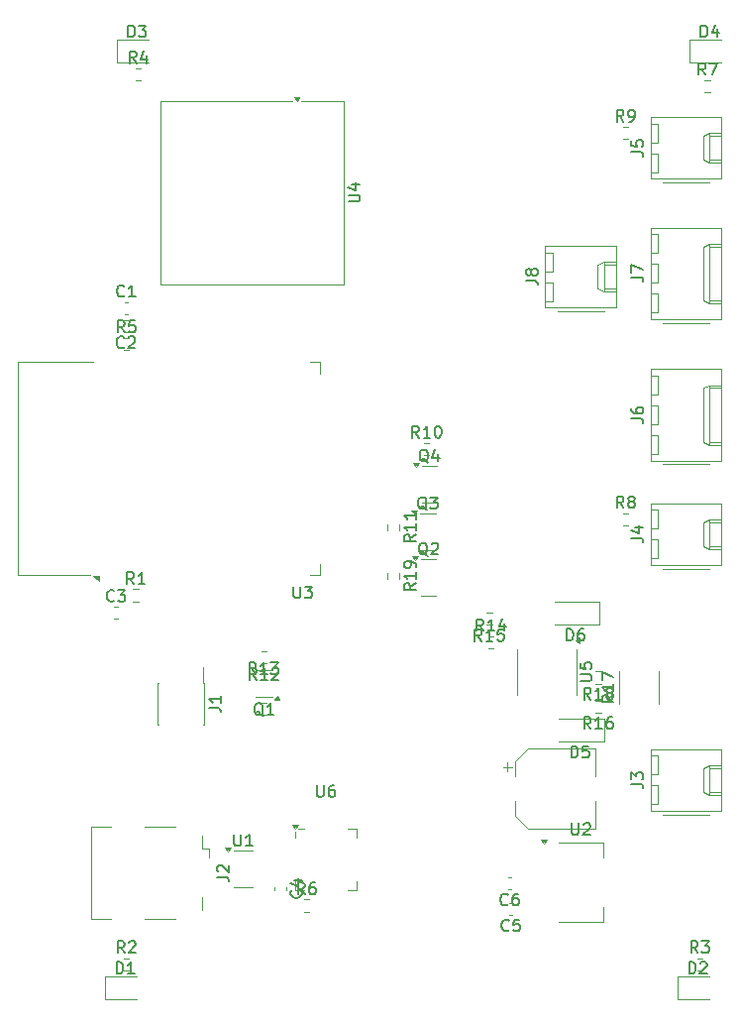
<source format=gbr>
%TF.GenerationSoftware,KiCad,Pcbnew,9.0.1*%
%TF.CreationDate,2025-04-06T11:33:29+02:00*%
%TF.ProjectId,TocBoatReceiver,546f6342-6f61-4745-9265-636569766572,rev?*%
%TF.SameCoordinates,Original*%
%TF.FileFunction,Legend,Top*%
%TF.FilePolarity,Positive*%
%FSLAX46Y46*%
G04 Gerber Fmt 4.6, Leading zero omitted, Abs format (unit mm)*
G04 Created by KiCad (PCBNEW 9.0.1) date 2025-04-06 11:33:29*
%MOMM*%
%LPD*%
G01*
G04 APERTURE LIST*
%ADD10C,0.150000*%
%ADD11C,0.120000*%
G04 APERTURE END LIST*
D10*
X172949819Y-105786904D02*
X173759342Y-105786904D01*
X173759342Y-105786904D02*
X173854580Y-105739285D01*
X173854580Y-105739285D02*
X173902200Y-105691666D01*
X173902200Y-105691666D02*
X173949819Y-105596428D01*
X173949819Y-105596428D02*
X173949819Y-105405952D01*
X173949819Y-105405952D02*
X173902200Y-105310714D01*
X173902200Y-105310714D02*
X173854580Y-105263095D01*
X173854580Y-105263095D02*
X173759342Y-105215476D01*
X173759342Y-105215476D02*
X172949819Y-105215476D01*
X172949819Y-104263095D02*
X172949819Y-104739285D01*
X172949819Y-104739285D02*
X173426009Y-104786904D01*
X173426009Y-104786904D02*
X173378390Y-104739285D01*
X173378390Y-104739285D02*
X173330771Y-104644047D01*
X173330771Y-104644047D02*
X173330771Y-104405952D01*
X173330771Y-104405952D02*
X173378390Y-104310714D01*
X173378390Y-104310714D02*
X173426009Y-104263095D01*
X173426009Y-104263095D02*
X173521247Y-104215476D01*
X173521247Y-104215476D02*
X173759342Y-104215476D01*
X173759342Y-104215476D02*
X173854580Y-104263095D01*
X173854580Y-104263095D02*
X173902200Y-104310714D01*
X173902200Y-104310714D02*
X173949819Y-104405952D01*
X173949819Y-104405952D02*
X173949819Y-104644047D01*
X173949819Y-104644047D02*
X173902200Y-104739285D01*
X173902200Y-104739285D02*
X173854580Y-104786904D01*
X153129819Y-64861904D02*
X153939342Y-64861904D01*
X153939342Y-64861904D02*
X154034580Y-64814285D01*
X154034580Y-64814285D02*
X154082200Y-64766666D01*
X154082200Y-64766666D02*
X154129819Y-64671428D01*
X154129819Y-64671428D02*
X154129819Y-64480952D01*
X154129819Y-64480952D02*
X154082200Y-64385714D01*
X154082200Y-64385714D02*
X154034580Y-64338095D01*
X154034580Y-64338095D02*
X153939342Y-64290476D01*
X153939342Y-64290476D02*
X153129819Y-64290476D01*
X153463152Y-63385714D02*
X154129819Y-63385714D01*
X153082200Y-63623809D02*
X153796485Y-63861904D01*
X153796485Y-63861904D02*
X153796485Y-63242857D01*
X158884819Y-97467857D02*
X158408628Y-97801190D01*
X158884819Y-98039285D02*
X157884819Y-98039285D01*
X157884819Y-98039285D02*
X157884819Y-97658333D01*
X157884819Y-97658333D02*
X157932438Y-97563095D01*
X157932438Y-97563095D02*
X157980057Y-97515476D01*
X157980057Y-97515476D02*
X158075295Y-97467857D01*
X158075295Y-97467857D02*
X158218152Y-97467857D01*
X158218152Y-97467857D02*
X158313390Y-97515476D01*
X158313390Y-97515476D02*
X158361009Y-97563095D01*
X158361009Y-97563095D02*
X158408628Y-97658333D01*
X158408628Y-97658333D02*
X158408628Y-98039285D01*
X158884819Y-96515476D02*
X158884819Y-97086904D01*
X158884819Y-96801190D02*
X157884819Y-96801190D01*
X157884819Y-96801190D02*
X158027676Y-96896428D01*
X158027676Y-96896428D02*
X158122914Y-96991666D01*
X158122914Y-96991666D02*
X158170533Y-97086904D01*
X158884819Y-96039285D02*
X158884819Y-95848809D01*
X158884819Y-95848809D02*
X158837200Y-95753571D01*
X158837200Y-95753571D02*
X158789580Y-95705952D01*
X158789580Y-95705952D02*
X158646723Y-95610714D01*
X158646723Y-95610714D02*
X158456247Y-95563095D01*
X158456247Y-95563095D02*
X158075295Y-95563095D01*
X158075295Y-95563095D02*
X157980057Y-95610714D01*
X157980057Y-95610714D02*
X157932438Y-95658333D01*
X157932438Y-95658333D02*
X157884819Y-95753571D01*
X157884819Y-95753571D02*
X157884819Y-95944047D01*
X157884819Y-95944047D02*
X157932438Y-96039285D01*
X157932438Y-96039285D02*
X157980057Y-96086904D01*
X157980057Y-96086904D02*
X158075295Y-96134523D01*
X158075295Y-96134523D02*
X158313390Y-96134523D01*
X158313390Y-96134523D02*
X158408628Y-96086904D01*
X158408628Y-96086904D02*
X158456247Y-96039285D01*
X158456247Y-96039285D02*
X158503866Y-95944047D01*
X158503866Y-95944047D02*
X158503866Y-95753571D01*
X158503866Y-95753571D02*
X158456247Y-95658333D01*
X158456247Y-95658333D02*
X158408628Y-95610714D01*
X158408628Y-95610714D02*
X158313390Y-95563095D01*
X173857142Y-107384819D02*
X173523809Y-106908628D01*
X173285714Y-107384819D02*
X173285714Y-106384819D01*
X173285714Y-106384819D02*
X173666666Y-106384819D01*
X173666666Y-106384819D02*
X173761904Y-106432438D01*
X173761904Y-106432438D02*
X173809523Y-106480057D01*
X173809523Y-106480057D02*
X173857142Y-106575295D01*
X173857142Y-106575295D02*
X173857142Y-106718152D01*
X173857142Y-106718152D02*
X173809523Y-106813390D01*
X173809523Y-106813390D02*
X173761904Y-106861009D01*
X173761904Y-106861009D02*
X173666666Y-106908628D01*
X173666666Y-106908628D02*
X173285714Y-106908628D01*
X174809523Y-107384819D02*
X174238095Y-107384819D01*
X174523809Y-107384819D02*
X174523809Y-106384819D01*
X174523809Y-106384819D02*
X174428571Y-106527676D01*
X174428571Y-106527676D02*
X174333333Y-106622914D01*
X174333333Y-106622914D02*
X174238095Y-106670533D01*
X175380952Y-106813390D02*
X175285714Y-106765771D01*
X175285714Y-106765771D02*
X175238095Y-106718152D01*
X175238095Y-106718152D02*
X175190476Y-106622914D01*
X175190476Y-106622914D02*
X175190476Y-106575295D01*
X175190476Y-106575295D02*
X175238095Y-106480057D01*
X175238095Y-106480057D02*
X175285714Y-106432438D01*
X175285714Y-106432438D02*
X175380952Y-106384819D01*
X175380952Y-106384819D02*
X175571428Y-106384819D01*
X175571428Y-106384819D02*
X175666666Y-106432438D01*
X175666666Y-106432438D02*
X175714285Y-106480057D01*
X175714285Y-106480057D02*
X175761904Y-106575295D01*
X175761904Y-106575295D02*
X175761904Y-106622914D01*
X175761904Y-106622914D02*
X175714285Y-106718152D01*
X175714285Y-106718152D02*
X175666666Y-106765771D01*
X175666666Y-106765771D02*
X175571428Y-106813390D01*
X175571428Y-106813390D02*
X175380952Y-106813390D01*
X175380952Y-106813390D02*
X175285714Y-106861009D01*
X175285714Y-106861009D02*
X175238095Y-106908628D01*
X175238095Y-106908628D02*
X175190476Y-107003866D01*
X175190476Y-107003866D02*
X175190476Y-107194342D01*
X175190476Y-107194342D02*
X175238095Y-107289580D01*
X175238095Y-107289580D02*
X175285714Y-107337200D01*
X175285714Y-107337200D02*
X175380952Y-107384819D01*
X175380952Y-107384819D02*
X175571428Y-107384819D01*
X175571428Y-107384819D02*
X175666666Y-107337200D01*
X175666666Y-107337200D02*
X175714285Y-107289580D01*
X175714285Y-107289580D02*
X175761904Y-107194342D01*
X175761904Y-107194342D02*
X175761904Y-107003866D01*
X175761904Y-107003866D02*
X175714285Y-106908628D01*
X175714285Y-106908628D02*
X175666666Y-106861009D01*
X175666666Y-106861009D02*
X175571428Y-106813390D01*
X175804819Y-107005357D02*
X175328628Y-107338690D01*
X175804819Y-107576785D02*
X174804819Y-107576785D01*
X174804819Y-107576785D02*
X174804819Y-107195833D01*
X174804819Y-107195833D02*
X174852438Y-107100595D01*
X174852438Y-107100595D02*
X174900057Y-107052976D01*
X174900057Y-107052976D02*
X174995295Y-107005357D01*
X174995295Y-107005357D02*
X175138152Y-107005357D01*
X175138152Y-107005357D02*
X175233390Y-107052976D01*
X175233390Y-107052976D02*
X175281009Y-107100595D01*
X175281009Y-107100595D02*
X175328628Y-107195833D01*
X175328628Y-107195833D02*
X175328628Y-107576785D01*
X175804819Y-106052976D02*
X175804819Y-106624404D01*
X175804819Y-106338690D02*
X174804819Y-106338690D01*
X174804819Y-106338690D02*
X174947676Y-106433928D01*
X174947676Y-106433928D02*
X175042914Y-106529166D01*
X175042914Y-106529166D02*
X175090533Y-106624404D01*
X174804819Y-105719642D02*
X174804819Y-105052976D01*
X174804819Y-105052976D02*
X175804819Y-105481547D01*
X173857142Y-109894819D02*
X173523809Y-109418628D01*
X173285714Y-109894819D02*
X173285714Y-108894819D01*
X173285714Y-108894819D02*
X173666666Y-108894819D01*
X173666666Y-108894819D02*
X173761904Y-108942438D01*
X173761904Y-108942438D02*
X173809523Y-108990057D01*
X173809523Y-108990057D02*
X173857142Y-109085295D01*
X173857142Y-109085295D02*
X173857142Y-109228152D01*
X173857142Y-109228152D02*
X173809523Y-109323390D01*
X173809523Y-109323390D02*
X173761904Y-109371009D01*
X173761904Y-109371009D02*
X173666666Y-109418628D01*
X173666666Y-109418628D02*
X173285714Y-109418628D01*
X174809523Y-109894819D02*
X174238095Y-109894819D01*
X174523809Y-109894819D02*
X174523809Y-108894819D01*
X174523809Y-108894819D02*
X174428571Y-109037676D01*
X174428571Y-109037676D02*
X174333333Y-109132914D01*
X174333333Y-109132914D02*
X174238095Y-109180533D01*
X175666666Y-108894819D02*
X175476190Y-108894819D01*
X175476190Y-108894819D02*
X175380952Y-108942438D01*
X175380952Y-108942438D02*
X175333333Y-108990057D01*
X175333333Y-108990057D02*
X175238095Y-109132914D01*
X175238095Y-109132914D02*
X175190476Y-109323390D01*
X175190476Y-109323390D02*
X175190476Y-109704342D01*
X175190476Y-109704342D02*
X175238095Y-109799580D01*
X175238095Y-109799580D02*
X175285714Y-109847200D01*
X175285714Y-109847200D02*
X175380952Y-109894819D01*
X175380952Y-109894819D02*
X175571428Y-109894819D01*
X175571428Y-109894819D02*
X175666666Y-109847200D01*
X175666666Y-109847200D02*
X175714285Y-109799580D01*
X175714285Y-109799580D02*
X175761904Y-109704342D01*
X175761904Y-109704342D02*
X175761904Y-109466247D01*
X175761904Y-109466247D02*
X175714285Y-109371009D01*
X175714285Y-109371009D02*
X175666666Y-109323390D01*
X175666666Y-109323390D02*
X175571428Y-109275771D01*
X175571428Y-109275771D02*
X175380952Y-109275771D01*
X175380952Y-109275771D02*
X175285714Y-109323390D01*
X175285714Y-109323390D02*
X175238095Y-109371009D01*
X175238095Y-109371009D02*
X175190476Y-109466247D01*
X164532142Y-102384819D02*
X164198809Y-101908628D01*
X163960714Y-102384819D02*
X163960714Y-101384819D01*
X163960714Y-101384819D02*
X164341666Y-101384819D01*
X164341666Y-101384819D02*
X164436904Y-101432438D01*
X164436904Y-101432438D02*
X164484523Y-101480057D01*
X164484523Y-101480057D02*
X164532142Y-101575295D01*
X164532142Y-101575295D02*
X164532142Y-101718152D01*
X164532142Y-101718152D02*
X164484523Y-101813390D01*
X164484523Y-101813390D02*
X164436904Y-101861009D01*
X164436904Y-101861009D02*
X164341666Y-101908628D01*
X164341666Y-101908628D02*
X163960714Y-101908628D01*
X165484523Y-102384819D02*
X164913095Y-102384819D01*
X165198809Y-102384819D02*
X165198809Y-101384819D01*
X165198809Y-101384819D02*
X165103571Y-101527676D01*
X165103571Y-101527676D02*
X165008333Y-101622914D01*
X165008333Y-101622914D02*
X164913095Y-101670533D01*
X166389285Y-101384819D02*
X165913095Y-101384819D01*
X165913095Y-101384819D02*
X165865476Y-101861009D01*
X165865476Y-101861009D02*
X165913095Y-101813390D01*
X165913095Y-101813390D02*
X166008333Y-101765771D01*
X166008333Y-101765771D02*
X166246428Y-101765771D01*
X166246428Y-101765771D02*
X166341666Y-101813390D01*
X166341666Y-101813390D02*
X166389285Y-101861009D01*
X166389285Y-101861009D02*
X166436904Y-101956247D01*
X166436904Y-101956247D02*
X166436904Y-102194342D01*
X166436904Y-102194342D02*
X166389285Y-102289580D01*
X166389285Y-102289580D02*
X166341666Y-102337200D01*
X166341666Y-102337200D02*
X166246428Y-102384819D01*
X166246428Y-102384819D02*
X166008333Y-102384819D01*
X166008333Y-102384819D02*
X165913095Y-102337200D01*
X165913095Y-102337200D02*
X165865476Y-102289580D01*
X164682142Y-101524819D02*
X164348809Y-101048628D01*
X164110714Y-101524819D02*
X164110714Y-100524819D01*
X164110714Y-100524819D02*
X164491666Y-100524819D01*
X164491666Y-100524819D02*
X164586904Y-100572438D01*
X164586904Y-100572438D02*
X164634523Y-100620057D01*
X164634523Y-100620057D02*
X164682142Y-100715295D01*
X164682142Y-100715295D02*
X164682142Y-100858152D01*
X164682142Y-100858152D02*
X164634523Y-100953390D01*
X164634523Y-100953390D02*
X164586904Y-101001009D01*
X164586904Y-101001009D02*
X164491666Y-101048628D01*
X164491666Y-101048628D02*
X164110714Y-101048628D01*
X165634523Y-101524819D02*
X165063095Y-101524819D01*
X165348809Y-101524819D02*
X165348809Y-100524819D01*
X165348809Y-100524819D02*
X165253571Y-100667676D01*
X165253571Y-100667676D02*
X165158333Y-100762914D01*
X165158333Y-100762914D02*
X165063095Y-100810533D01*
X166491666Y-100858152D02*
X166491666Y-101524819D01*
X166253571Y-100477200D02*
X166015476Y-101191485D01*
X166015476Y-101191485D02*
X166634523Y-101191485D01*
X158884819Y-93317857D02*
X158408628Y-93651190D01*
X158884819Y-93889285D02*
X157884819Y-93889285D01*
X157884819Y-93889285D02*
X157884819Y-93508333D01*
X157884819Y-93508333D02*
X157932438Y-93413095D01*
X157932438Y-93413095D02*
X157980057Y-93365476D01*
X157980057Y-93365476D02*
X158075295Y-93317857D01*
X158075295Y-93317857D02*
X158218152Y-93317857D01*
X158218152Y-93317857D02*
X158313390Y-93365476D01*
X158313390Y-93365476D02*
X158361009Y-93413095D01*
X158361009Y-93413095D02*
X158408628Y-93508333D01*
X158408628Y-93508333D02*
X158408628Y-93889285D01*
X158884819Y-92365476D02*
X158884819Y-92936904D01*
X158884819Y-92651190D02*
X157884819Y-92651190D01*
X157884819Y-92651190D02*
X158027676Y-92746428D01*
X158027676Y-92746428D02*
X158122914Y-92841666D01*
X158122914Y-92841666D02*
X158170533Y-92936904D01*
X158884819Y-91413095D02*
X158884819Y-91984523D01*
X158884819Y-91698809D02*
X157884819Y-91698809D01*
X157884819Y-91698809D02*
X158027676Y-91794047D01*
X158027676Y-91794047D02*
X158122914Y-91889285D01*
X158122914Y-91889285D02*
X158170533Y-91984523D01*
X159182142Y-85024819D02*
X158848809Y-84548628D01*
X158610714Y-85024819D02*
X158610714Y-84024819D01*
X158610714Y-84024819D02*
X158991666Y-84024819D01*
X158991666Y-84024819D02*
X159086904Y-84072438D01*
X159086904Y-84072438D02*
X159134523Y-84120057D01*
X159134523Y-84120057D02*
X159182142Y-84215295D01*
X159182142Y-84215295D02*
X159182142Y-84358152D01*
X159182142Y-84358152D02*
X159134523Y-84453390D01*
X159134523Y-84453390D02*
X159086904Y-84501009D01*
X159086904Y-84501009D02*
X158991666Y-84548628D01*
X158991666Y-84548628D02*
X158610714Y-84548628D01*
X160134523Y-85024819D02*
X159563095Y-85024819D01*
X159848809Y-85024819D02*
X159848809Y-84024819D01*
X159848809Y-84024819D02*
X159753571Y-84167676D01*
X159753571Y-84167676D02*
X159658333Y-84262914D01*
X159658333Y-84262914D02*
X159563095Y-84310533D01*
X160753571Y-84024819D02*
X160848809Y-84024819D01*
X160848809Y-84024819D02*
X160944047Y-84072438D01*
X160944047Y-84072438D02*
X160991666Y-84120057D01*
X160991666Y-84120057D02*
X161039285Y-84215295D01*
X161039285Y-84215295D02*
X161086904Y-84405771D01*
X161086904Y-84405771D02*
X161086904Y-84643866D01*
X161086904Y-84643866D02*
X161039285Y-84834342D01*
X161039285Y-84834342D02*
X160991666Y-84929580D01*
X160991666Y-84929580D02*
X160944047Y-84977200D01*
X160944047Y-84977200D02*
X160848809Y-85024819D01*
X160848809Y-85024819D02*
X160753571Y-85024819D01*
X160753571Y-85024819D02*
X160658333Y-84977200D01*
X160658333Y-84977200D02*
X160610714Y-84929580D01*
X160610714Y-84929580D02*
X160563095Y-84834342D01*
X160563095Y-84834342D02*
X160515476Y-84643866D01*
X160515476Y-84643866D02*
X160515476Y-84405771D01*
X160515476Y-84405771D02*
X160563095Y-84215295D01*
X160563095Y-84215295D02*
X160610714Y-84120057D01*
X160610714Y-84120057D02*
X160658333Y-84072438D01*
X160658333Y-84072438D02*
X160753571Y-84024819D01*
X168334819Y-71603333D02*
X169049104Y-71603333D01*
X169049104Y-71603333D02*
X169191961Y-71650952D01*
X169191961Y-71650952D02*
X169287200Y-71746190D01*
X169287200Y-71746190D02*
X169334819Y-71889047D01*
X169334819Y-71889047D02*
X169334819Y-71984285D01*
X168763390Y-70984285D02*
X168715771Y-71079523D01*
X168715771Y-71079523D02*
X168668152Y-71127142D01*
X168668152Y-71127142D02*
X168572914Y-71174761D01*
X168572914Y-71174761D02*
X168525295Y-71174761D01*
X168525295Y-71174761D02*
X168430057Y-71127142D01*
X168430057Y-71127142D02*
X168382438Y-71079523D01*
X168382438Y-71079523D02*
X168334819Y-70984285D01*
X168334819Y-70984285D02*
X168334819Y-70793809D01*
X168334819Y-70793809D02*
X168382438Y-70698571D01*
X168382438Y-70698571D02*
X168430057Y-70650952D01*
X168430057Y-70650952D02*
X168525295Y-70603333D01*
X168525295Y-70603333D02*
X168572914Y-70603333D01*
X168572914Y-70603333D02*
X168668152Y-70650952D01*
X168668152Y-70650952D02*
X168715771Y-70698571D01*
X168715771Y-70698571D02*
X168763390Y-70793809D01*
X168763390Y-70793809D02*
X168763390Y-70984285D01*
X168763390Y-70984285D02*
X168811009Y-71079523D01*
X168811009Y-71079523D02*
X168858628Y-71127142D01*
X168858628Y-71127142D02*
X168953866Y-71174761D01*
X168953866Y-71174761D02*
X169144342Y-71174761D01*
X169144342Y-71174761D02*
X169239580Y-71127142D01*
X169239580Y-71127142D02*
X169287200Y-71079523D01*
X169287200Y-71079523D02*
X169334819Y-70984285D01*
X169334819Y-70984285D02*
X169334819Y-70793809D01*
X169334819Y-70793809D02*
X169287200Y-70698571D01*
X169287200Y-70698571D02*
X169239580Y-70650952D01*
X169239580Y-70650952D02*
X169144342Y-70603333D01*
X169144342Y-70603333D02*
X168953866Y-70603333D01*
X168953866Y-70603333D02*
X168858628Y-70650952D01*
X168858628Y-70650952D02*
X168811009Y-70698571D01*
X168811009Y-70698571D02*
X168763390Y-70793809D01*
X171788905Y-102359819D02*
X171788905Y-101359819D01*
X171788905Y-101359819D02*
X172027000Y-101359819D01*
X172027000Y-101359819D02*
X172169857Y-101407438D01*
X172169857Y-101407438D02*
X172265095Y-101502676D01*
X172265095Y-101502676D02*
X172312714Y-101597914D01*
X172312714Y-101597914D02*
X172360333Y-101788390D01*
X172360333Y-101788390D02*
X172360333Y-101931247D01*
X172360333Y-101931247D02*
X172312714Y-102121723D01*
X172312714Y-102121723D02*
X172265095Y-102216961D01*
X172265095Y-102216961D02*
X172169857Y-102312200D01*
X172169857Y-102312200D02*
X172027000Y-102359819D01*
X172027000Y-102359819D02*
X171788905Y-102359819D01*
X173217476Y-101359819D02*
X173027000Y-101359819D01*
X173027000Y-101359819D02*
X172931762Y-101407438D01*
X172931762Y-101407438D02*
X172884143Y-101455057D01*
X172884143Y-101455057D02*
X172788905Y-101597914D01*
X172788905Y-101597914D02*
X172741286Y-101788390D01*
X172741286Y-101788390D02*
X172741286Y-102169342D01*
X172741286Y-102169342D02*
X172788905Y-102264580D01*
X172788905Y-102264580D02*
X172836524Y-102312200D01*
X172836524Y-102312200D02*
X172931762Y-102359819D01*
X172931762Y-102359819D02*
X173122238Y-102359819D01*
X173122238Y-102359819D02*
X173217476Y-102312200D01*
X173217476Y-102312200D02*
X173265095Y-102264580D01*
X173265095Y-102264580D02*
X173312714Y-102169342D01*
X173312714Y-102169342D02*
X173312714Y-101931247D01*
X173312714Y-101931247D02*
X173265095Y-101836009D01*
X173265095Y-101836009D02*
X173217476Y-101788390D01*
X173217476Y-101788390D02*
X173122238Y-101740771D01*
X173122238Y-101740771D02*
X172931762Y-101740771D01*
X172931762Y-101740771D02*
X172836524Y-101788390D01*
X172836524Y-101788390D02*
X172788905Y-101836009D01*
X172788905Y-101836009D02*
X172741286Y-101931247D01*
X172188905Y-112359819D02*
X172188905Y-111359819D01*
X172188905Y-111359819D02*
X172427000Y-111359819D01*
X172427000Y-111359819D02*
X172569857Y-111407438D01*
X172569857Y-111407438D02*
X172665095Y-111502676D01*
X172665095Y-111502676D02*
X172712714Y-111597914D01*
X172712714Y-111597914D02*
X172760333Y-111788390D01*
X172760333Y-111788390D02*
X172760333Y-111931247D01*
X172760333Y-111931247D02*
X172712714Y-112121723D01*
X172712714Y-112121723D02*
X172665095Y-112216961D01*
X172665095Y-112216961D02*
X172569857Y-112312200D01*
X172569857Y-112312200D02*
X172427000Y-112359819D01*
X172427000Y-112359819D02*
X172188905Y-112359819D01*
X173665095Y-111359819D02*
X173188905Y-111359819D01*
X173188905Y-111359819D02*
X173141286Y-111836009D01*
X173141286Y-111836009D02*
X173188905Y-111788390D01*
X173188905Y-111788390D02*
X173284143Y-111740771D01*
X173284143Y-111740771D02*
X173522238Y-111740771D01*
X173522238Y-111740771D02*
X173617476Y-111788390D01*
X173617476Y-111788390D02*
X173665095Y-111836009D01*
X173665095Y-111836009D02*
X173712714Y-111931247D01*
X173712714Y-111931247D02*
X173712714Y-112169342D01*
X173712714Y-112169342D02*
X173665095Y-112264580D01*
X173665095Y-112264580D02*
X173617476Y-112312200D01*
X173617476Y-112312200D02*
X173522238Y-112359819D01*
X173522238Y-112359819D02*
X173284143Y-112359819D01*
X173284143Y-112359819D02*
X173188905Y-112312200D01*
X173188905Y-112312200D02*
X173141286Y-112264580D01*
X133958333Y-77289580D02*
X133910714Y-77337200D01*
X133910714Y-77337200D02*
X133767857Y-77384819D01*
X133767857Y-77384819D02*
X133672619Y-77384819D01*
X133672619Y-77384819D02*
X133529762Y-77337200D01*
X133529762Y-77337200D02*
X133434524Y-77241961D01*
X133434524Y-77241961D02*
X133386905Y-77146723D01*
X133386905Y-77146723D02*
X133339286Y-76956247D01*
X133339286Y-76956247D02*
X133339286Y-76813390D01*
X133339286Y-76813390D02*
X133386905Y-76622914D01*
X133386905Y-76622914D02*
X133434524Y-76527676D01*
X133434524Y-76527676D02*
X133529762Y-76432438D01*
X133529762Y-76432438D02*
X133672619Y-76384819D01*
X133672619Y-76384819D02*
X133767857Y-76384819D01*
X133767857Y-76384819D02*
X133910714Y-76432438D01*
X133910714Y-76432438D02*
X133958333Y-76480057D01*
X134339286Y-76480057D02*
X134386905Y-76432438D01*
X134386905Y-76432438D02*
X134482143Y-76384819D01*
X134482143Y-76384819D02*
X134720238Y-76384819D01*
X134720238Y-76384819D02*
X134815476Y-76432438D01*
X134815476Y-76432438D02*
X134863095Y-76480057D01*
X134863095Y-76480057D02*
X134910714Y-76575295D01*
X134910714Y-76575295D02*
X134910714Y-76670533D01*
X134910714Y-76670533D02*
X134863095Y-76813390D01*
X134863095Y-76813390D02*
X134291667Y-77384819D01*
X134291667Y-77384819D02*
X134910714Y-77384819D01*
X149408333Y-124024819D02*
X149075000Y-123548628D01*
X148836905Y-124024819D02*
X148836905Y-123024819D01*
X148836905Y-123024819D02*
X149217857Y-123024819D01*
X149217857Y-123024819D02*
X149313095Y-123072438D01*
X149313095Y-123072438D02*
X149360714Y-123120057D01*
X149360714Y-123120057D02*
X149408333Y-123215295D01*
X149408333Y-123215295D02*
X149408333Y-123358152D01*
X149408333Y-123358152D02*
X149360714Y-123453390D01*
X149360714Y-123453390D02*
X149313095Y-123501009D01*
X149313095Y-123501009D02*
X149217857Y-123548628D01*
X149217857Y-123548628D02*
X148836905Y-123548628D01*
X150265476Y-123024819D02*
X150075000Y-123024819D01*
X150075000Y-123024819D02*
X149979762Y-123072438D01*
X149979762Y-123072438D02*
X149932143Y-123120057D01*
X149932143Y-123120057D02*
X149836905Y-123262914D01*
X149836905Y-123262914D02*
X149789286Y-123453390D01*
X149789286Y-123453390D02*
X149789286Y-123834342D01*
X149789286Y-123834342D02*
X149836905Y-123929580D01*
X149836905Y-123929580D02*
X149884524Y-123977200D01*
X149884524Y-123977200D02*
X149979762Y-124024819D01*
X149979762Y-124024819D02*
X150170238Y-124024819D01*
X150170238Y-124024819D02*
X150265476Y-123977200D01*
X150265476Y-123977200D02*
X150313095Y-123929580D01*
X150313095Y-123929580D02*
X150360714Y-123834342D01*
X150360714Y-123834342D02*
X150360714Y-123596247D01*
X150360714Y-123596247D02*
X150313095Y-123501009D01*
X150313095Y-123501009D02*
X150265476Y-123453390D01*
X150265476Y-123453390D02*
X150170238Y-123405771D01*
X150170238Y-123405771D02*
X149979762Y-123405771D01*
X149979762Y-123405771D02*
X149884524Y-123453390D01*
X149884524Y-123453390D02*
X149836905Y-123501009D01*
X149836905Y-123501009D02*
X149789286Y-123596247D01*
X159904761Y-95100057D02*
X159809523Y-95052438D01*
X159809523Y-95052438D02*
X159714285Y-94957200D01*
X159714285Y-94957200D02*
X159571428Y-94814342D01*
X159571428Y-94814342D02*
X159476190Y-94766723D01*
X159476190Y-94766723D02*
X159380952Y-94766723D01*
X159428571Y-95004819D02*
X159333333Y-94957200D01*
X159333333Y-94957200D02*
X159238095Y-94861961D01*
X159238095Y-94861961D02*
X159190476Y-94671485D01*
X159190476Y-94671485D02*
X159190476Y-94338152D01*
X159190476Y-94338152D02*
X159238095Y-94147676D01*
X159238095Y-94147676D02*
X159333333Y-94052438D01*
X159333333Y-94052438D02*
X159428571Y-94004819D01*
X159428571Y-94004819D02*
X159619047Y-94004819D01*
X159619047Y-94004819D02*
X159714285Y-94052438D01*
X159714285Y-94052438D02*
X159809523Y-94147676D01*
X159809523Y-94147676D02*
X159857142Y-94338152D01*
X159857142Y-94338152D02*
X159857142Y-94671485D01*
X159857142Y-94671485D02*
X159809523Y-94861961D01*
X159809523Y-94861961D02*
X159714285Y-94957200D01*
X159714285Y-94957200D02*
X159619047Y-95004819D01*
X159619047Y-95004819D02*
X159428571Y-95004819D01*
X160238095Y-94100057D02*
X160285714Y-94052438D01*
X160285714Y-94052438D02*
X160380952Y-94004819D01*
X160380952Y-94004819D02*
X160619047Y-94004819D01*
X160619047Y-94004819D02*
X160714285Y-94052438D01*
X160714285Y-94052438D02*
X160761904Y-94100057D01*
X160761904Y-94100057D02*
X160809523Y-94195295D01*
X160809523Y-94195295D02*
X160809523Y-94290533D01*
X160809523Y-94290533D02*
X160761904Y-94433390D01*
X160761904Y-94433390D02*
X160190476Y-95004819D01*
X160190476Y-95004819D02*
X160809523Y-95004819D01*
X183658333Y-54024819D02*
X183325000Y-53548628D01*
X183086905Y-54024819D02*
X183086905Y-53024819D01*
X183086905Y-53024819D02*
X183467857Y-53024819D01*
X183467857Y-53024819D02*
X183563095Y-53072438D01*
X183563095Y-53072438D02*
X183610714Y-53120057D01*
X183610714Y-53120057D02*
X183658333Y-53215295D01*
X183658333Y-53215295D02*
X183658333Y-53358152D01*
X183658333Y-53358152D02*
X183610714Y-53453390D01*
X183610714Y-53453390D02*
X183563095Y-53501009D01*
X183563095Y-53501009D02*
X183467857Y-53548628D01*
X183467857Y-53548628D02*
X183086905Y-53548628D01*
X183991667Y-53024819D02*
X184658333Y-53024819D01*
X184658333Y-53024819D02*
X184229762Y-54024819D01*
X177334819Y-83413333D02*
X178049104Y-83413333D01*
X178049104Y-83413333D02*
X178191961Y-83460952D01*
X178191961Y-83460952D02*
X178287200Y-83556190D01*
X178287200Y-83556190D02*
X178334819Y-83699047D01*
X178334819Y-83699047D02*
X178334819Y-83794285D01*
X177334819Y-82508571D02*
X177334819Y-82699047D01*
X177334819Y-82699047D02*
X177382438Y-82794285D01*
X177382438Y-82794285D02*
X177430057Y-82841904D01*
X177430057Y-82841904D02*
X177572914Y-82937142D01*
X177572914Y-82937142D02*
X177763390Y-82984761D01*
X177763390Y-82984761D02*
X178144342Y-82984761D01*
X178144342Y-82984761D02*
X178239580Y-82937142D01*
X178239580Y-82937142D02*
X178287200Y-82889523D01*
X178287200Y-82889523D02*
X178334819Y-82794285D01*
X178334819Y-82794285D02*
X178334819Y-82603809D01*
X178334819Y-82603809D02*
X178287200Y-82508571D01*
X178287200Y-82508571D02*
X178239580Y-82460952D01*
X178239580Y-82460952D02*
X178144342Y-82413333D01*
X178144342Y-82413333D02*
X177906247Y-82413333D01*
X177906247Y-82413333D02*
X177811009Y-82460952D01*
X177811009Y-82460952D02*
X177763390Y-82508571D01*
X177763390Y-82508571D02*
X177715771Y-82603809D01*
X177715771Y-82603809D02*
X177715771Y-82794285D01*
X177715771Y-82794285D02*
X177763390Y-82889523D01*
X177763390Y-82889523D02*
X177811009Y-82937142D01*
X177811009Y-82937142D02*
X177906247Y-82984761D01*
X133324405Y-130804819D02*
X133324405Y-129804819D01*
X133324405Y-129804819D02*
X133562500Y-129804819D01*
X133562500Y-129804819D02*
X133705357Y-129852438D01*
X133705357Y-129852438D02*
X133800595Y-129947676D01*
X133800595Y-129947676D02*
X133848214Y-130042914D01*
X133848214Y-130042914D02*
X133895833Y-130233390D01*
X133895833Y-130233390D02*
X133895833Y-130376247D01*
X133895833Y-130376247D02*
X133848214Y-130566723D01*
X133848214Y-130566723D02*
X133800595Y-130661961D01*
X133800595Y-130661961D02*
X133705357Y-130757200D01*
X133705357Y-130757200D02*
X133562500Y-130804819D01*
X133562500Y-130804819D02*
X133324405Y-130804819D01*
X134848214Y-130804819D02*
X134276786Y-130804819D01*
X134562500Y-130804819D02*
X134562500Y-129804819D01*
X134562500Y-129804819D02*
X134467262Y-129947676D01*
X134467262Y-129947676D02*
X134372024Y-130042914D01*
X134372024Y-130042914D02*
X134276786Y-130090533D01*
X176658333Y-91024819D02*
X176325000Y-90548628D01*
X176086905Y-91024819D02*
X176086905Y-90024819D01*
X176086905Y-90024819D02*
X176467857Y-90024819D01*
X176467857Y-90024819D02*
X176563095Y-90072438D01*
X176563095Y-90072438D02*
X176610714Y-90120057D01*
X176610714Y-90120057D02*
X176658333Y-90215295D01*
X176658333Y-90215295D02*
X176658333Y-90358152D01*
X176658333Y-90358152D02*
X176610714Y-90453390D01*
X176610714Y-90453390D02*
X176563095Y-90501009D01*
X176563095Y-90501009D02*
X176467857Y-90548628D01*
X176467857Y-90548628D02*
X176086905Y-90548628D01*
X177229762Y-90453390D02*
X177134524Y-90405771D01*
X177134524Y-90405771D02*
X177086905Y-90358152D01*
X177086905Y-90358152D02*
X177039286Y-90262914D01*
X177039286Y-90262914D02*
X177039286Y-90215295D01*
X177039286Y-90215295D02*
X177086905Y-90120057D01*
X177086905Y-90120057D02*
X177134524Y-90072438D01*
X177134524Y-90072438D02*
X177229762Y-90024819D01*
X177229762Y-90024819D02*
X177420238Y-90024819D01*
X177420238Y-90024819D02*
X177515476Y-90072438D01*
X177515476Y-90072438D02*
X177563095Y-90120057D01*
X177563095Y-90120057D02*
X177610714Y-90215295D01*
X177610714Y-90215295D02*
X177610714Y-90262914D01*
X177610714Y-90262914D02*
X177563095Y-90358152D01*
X177563095Y-90358152D02*
X177515476Y-90405771D01*
X177515476Y-90405771D02*
X177420238Y-90453390D01*
X177420238Y-90453390D02*
X177229762Y-90453390D01*
X177229762Y-90453390D02*
X177134524Y-90501009D01*
X177134524Y-90501009D02*
X177086905Y-90548628D01*
X177086905Y-90548628D02*
X177039286Y-90643866D01*
X177039286Y-90643866D02*
X177039286Y-90834342D01*
X177039286Y-90834342D02*
X177086905Y-90929580D01*
X177086905Y-90929580D02*
X177134524Y-90977200D01*
X177134524Y-90977200D02*
X177229762Y-91024819D01*
X177229762Y-91024819D02*
X177420238Y-91024819D01*
X177420238Y-91024819D02*
X177515476Y-90977200D01*
X177515476Y-90977200D02*
X177563095Y-90929580D01*
X177563095Y-90929580D02*
X177610714Y-90834342D01*
X177610714Y-90834342D02*
X177610714Y-90643866D01*
X177610714Y-90643866D02*
X177563095Y-90548628D01*
X177563095Y-90548628D02*
X177515476Y-90501009D01*
X177515476Y-90501009D02*
X177420238Y-90453390D01*
X159967261Y-87150057D02*
X159872023Y-87102438D01*
X159872023Y-87102438D02*
X159776785Y-87007200D01*
X159776785Y-87007200D02*
X159633928Y-86864342D01*
X159633928Y-86864342D02*
X159538690Y-86816723D01*
X159538690Y-86816723D02*
X159443452Y-86816723D01*
X159491071Y-87054819D02*
X159395833Y-87007200D01*
X159395833Y-87007200D02*
X159300595Y-86911961D01*
X159300595Y-86911961D02*
X159252976Y-86721485D01*
X159252976Y-86721485D02*
X159252976Y-86388152D01*
X159252976Y-86388152D02*
X159300595Y-86197676D01*
X159300595Y-86197676D02*
X159395833Y-86102438D01*
X159395833Y-86102438D02*
X159491071Y-86054819D01*
X159491071Y-86054819D02*
X159681547Y-86054819D01*
X159681547Y-86054819D02*
X159776785Y-86102438D01*
X159776785Y-86102438D02*
X159872023Y-86197676D01*
X159872023Y-86197676D02*
X159919642Y-86388152D01*
X159919642Y-86388152D02*
X159919642Y-86721485D01*
X159919642Y-86721485D02*
X159872023Y-86911961D01*
X159872023Y-86911961D02*
X159776785Y-87007200D01*
X159776785Y-87007200D02*
X159681547Y-87054819D01*
X159681547Y-87054819D02*
X159491071Y-87054819D01*
X160776785Y-86388152D02*
X160776785Y-87054819D01*
X160538690Y-86007200D02*
X160300595Y-86721485D01*
X160300595Y-86721485D02*
X160919642Y-86721485D01*
X177334819Y-71333333D02*
X178049104Y-71333333D01*
X178049104Y-71333333D02*
X178191961Y-71380952D01*
X178191961Y-71380952D02*
X178287200Y-71476190D01*
X178287200Y-71476190D02*
X178334819Y-71619047D01*
X178334819Y-71619047D02*
X178334819Y-71714285D01*
X177334819Y-70952380D02*
X177334819Y-70285714D01*
X177334819Y-70285714D02*
X178334819Y-70714285D01*
X149089580Y-123691666D02*
X149137200Y-123739285D01*
X149137200Y-123739285D02*
X149184819Y-123882142D01*
X149184819Y-123882142D02*
X149184819Y-123977380D01*
X149184819Y-123977380D02*
X149137200Y-124120237D01*
X149137200Y-124120237D02*
X149041961Y-124215475D01*
X149041961Y-124215475D02*
X148946723Y-124263094D01*
X148946723Y-124263094D02*
X148756247Y-124310713D01*
X148756247Y-124310713D02*
X148613390Y-124310713D01*
X148613390Y-124310713D02*
X148422914Y-124263094D01*
X148422914Y-124263094D02*
X148327676Y-124215475D01*
X148327676Y-124215475D02*
X148232438Y-124120237D01*
X148232438Y-124120237D02*
X148184819Y-123977380D01*
X148184819Y-123977380D02*
X148184819Y-123882142D01*
X148184819Y-123882142D02*
X148232438Y-123739285D01*
X148232438Y-123739285D02*
X148280057Y-123691666D01*
X148518152Y-122834523D02*
X149184819Y-122834523D01*
X148137200Y-123072618D02*
X148851485Y-123310713D01*
X148851485Y-123310713D02*
X148851485Y-122691666D01*
X141904819Y-122533333D02*
X142619104Y-122533333D01*
X142619104Y-122533333D02*
X142761961Y-122580952D01*
X142761961Y-122580952D02*
X142857200Y-122676190D01*
X142857200Y-122676190D02*
X142904819Y-122819047D01*
X142904819Y-122819047D02*
X142904819Y-122914285D01*
X142000057Y-122104761D02*
X141952438Y-122057142D01*
X141952438Y-122057142D02*
X141904819Y-121961904D01*
X141904819Y-121961904D02*
X141904819Y-121723809D01*
X141904819Y-121723809D02*
X141952438Y-121628571D01*
X141952438Y-121628571D02*
X142000057Y-121580952D01*
X142000057Y-121580952D02*
X142095295Y-121533333D01*
X142095295Y-121533333D02*
X142190533Y-121533333D01*
X142190533Y-121533333D02*
X142333390Y-121580952D01*
X142333390Y-121580952D02*
X142904819Y-122152380D01*
X142904819Y-122152380D02*
X142904819Y-121533333D01*
X172238095Y-117954819D02*
X172238095Y-118764342D01*
X172238095Y-118764342D02*
X172285714Y-118859580D01*
X172285714Y-118859580D02*
X172333333Y-118907200D01*
X172333333Y-118907200D02*
X172428571Y-118954819D01*
X172428571Y-118954819D02*
X172619047Y-118954819D01*
X172619047Y-118954819D02*
X172714285Y-118907200D01*
X172714285Y-118907200D02*
X172761904Y-118859580D01*
X172761904Y-118859580D02*
X172809523Y-118764342D01*
X172809523Y-118764342D02*
X172809523Y-117954819D01*
X173238095Y-118050057D02*
X173285714Y-118002438D01*
X173285714Y-118002438D02*
X173380952Y-117954819D01*
X173380952Y-117954819D02*
X173619047Y-117954819D01*
X173619047Y-117954819D02*
X173714285Y-118002438D01*
X173714285Y-118002438D02*
X173761904Y-118050057D01*
X173761904Y-118050057D02*
X173809523Y-118145295D01*
X173809523Y-118145295D02*
X173809523Y-118240533D01*
X173809523Y-118240533D02*
X173761904Y-118383390D01*
X173761904Y-118383390D02*
X173190476Y-118954819D01*
X173190476Y-118954819D02*
X173809523Y-118954819D01*
X150438095Y-114704819D02*
X150438095Y-115514342D01*
X150438095Y-115514342D02*
X150485714Y-115609580D01*
X150485714Y-115609580D02*
X150533333Y-115657200D01*
X150533333Y-115657200D02*
X150628571Y-115704819D01*
X150628571Y-115704819D02*
X150819047Y-115704819D01*
X150819047Y-115704819D02*
X150914285Y-115657200D01*
X150914285Y-115657200D02*
X150961904Y-115609580D01*
X150961904Y-115609580D02*
X151009523Y-115514342D01*
X151009523Y-115514342D02*
X151009523Y-114704819D01*
X151914285Y-114704819D02*
X151723809Y-114704819D01*
X151723809Y-114704819D02*
X151628571Y-114752438D01*
X151628571Y-114752438D02*
X151580952Y-114800057D01*
X151580952Y-114800057D02*
X151485714Y-114942914D01*
X151485714Y-114942914D02*
X151438095Y-115133390D01*
X151438095Y-115133390D02*
X151438095Y-115514342D01*
X151438095Y-115514342D02*
X151485714Y-115609580D01*
X151485714Y-115609580D02*
X151533333Y-115657200D01*
X151533333Y-115657200D02*
X151628571Y-115704819D01*
X151628571Y-115704819D02*
X151819047Y-115704819D01*
X151819047Y-115704819D02*
X151914285Y-115657200D01*
X151914285Y-115657200D02*
X151961904Y-115609580D01*
X151961904Y-115609580D02*
X152009523Y-115514342D01*
X152009523Y-115514342D02*
X152009523Y-115276247D01*
X152009523Y-115276247D02*
X151961904Y-115181009D01*
X151961904Y-115181009D02*
X151914285Y-115133390D01*
X151914285Y-115133390D02*
X151819047Y-115085771D01*
X151819047Y-115085771D02*
X151628571Y-115085771D01*
X151628571Y-115085771D02*
X151533333Y-115133390D01*
X151533333Y-115133390D02*
X151485714Y-115181009D01*
X151485714Y-115181009D02*
X151438095Y-115276247D01*
X177334819Y-114603333D02*
X178049104Y-114603333D01*
X178049104Y-114603333D02*
X178191961Y-114650952D01*
X178191961Y-114650952D02*
X178287200Y-114746190D01*
X178287200Y-114746190D02*
X178334819Y-114889047D01*
X178334819Y-114889047D02*
X178334819Y-114984285D01*
X177334819Y-114222380D02*
X177334819Y-113603333D01*
X177334819Y-113603333D02*
X177715771Y-113936666D01*
X177715771Y-113936666D02*
X177715771Y-113793809D01*
X177715771Y-113793809D02*
X177763390Y-113698571D01*
X177763390Y-113698571D02*
X177811009Y-113650952D01*
X177811009Y-113650952D02*
X177906247Y-113603333D01*
X177906247Y-113603333D02*
X178144342Y-113603333D01*
X178144342Y-113603333D02*
X178239580Y-113650952D01*
X178239580Y-113650952D02*
X178287200Y-113698571D01*
X178287200Y-113698571D02*
X178334819Y-113793809D01*
X178334819Y-113793809D02*
X178334819Y-114079523D01*
X178334819Y-114079523D02*
X178287200Y-114174761D01*
X178287200Y-114174761D02*
X178239580Y-114222380D01*
X166858333Y-127089580D02*
X166810714Y-127137200D01*
X166810714Y-127137200D02*
X166667857Y-127184819D01*
X166667857Y-127184819D02*
X166572619Y-127184819D01*
X166572619Y-127184819D02*
X166429762Y-127137200D01*
X166429762Y-127137200D02*
X166334524Y-127041961D01*
X166334524Y-127041961D02*
X166286905Y-126946723D01*
X166286905Y-126946723D02*
X166239286Y-126756247D01*
X166239286Y-126756247D02*
X166239286Y-126613390D01*
X166239286Y-126613390D02*
X166286905Y-126422914D01*
X166286905Y-126422914D02*
X166334524Y-126327676D01*
X166334524Y-126327676D02*
X166429762Y-126232438D01*
X166429762Y-126232438D02*
X166572619Y-126184819D01*
X166572619Y-126184819D02*
X166667857Y-126184819D01*
X166667857Y-126184819D02*
X166810714Y-126232438D01*
X166810714Y-126232438D02*
X166858333Y-126280057D01*
X167763095Y-126184819D02*
X167286905Y-126184819D01*
X167286905Y-126184819D02*
X167239286Y-126661009D01*
X167239286Y-126661009D02*
X167286905Y-126613390D01*
X167286905Y-126613390D02*
X167382143Y-126565771D01*
X167382143Y-126565771D02*
X167620238Y-126565771D01*
X167620238Y-126565771D02*
X167715476Y-126613390D01*
X167715476Y-126613390D02*
X167763095Y-126661009D01*
X167763095Y-126661009D02*
X167810714Y-126756247D01*
X167810714Y-126756247D02*
X167810714Y-126994342D01*
X167810714Y-126994342D02*
X167763095Y-127089580D01*
X167763095Y-127089580D02*
X167715476Y-127137200D01*
X167715476Y-127137200D02*
X167620238Y-127184819D01*
X167620238Y-127184819D02*
X167382143Y-127184819D01*
X167382143Y-127184819D02*
X167286905Y-127137200D01*
X167286905Y-127137200D02*
X167239286Y-127089580D01*
X145854761Y-108800057D02*
X145759523Y-108752438D01*
X145759523Y-108752438D02*
X145664285Y-108657200D01*
X145664285Y-108657200D02*
X145521428Y-108514342D01*
X145521428Y-108514342D02*
X145426190Y-108466723D01*
X145426190Y-108466723D02*
X145330952Y-108466723D01*
X145378571Y-108704819D02*
X145283333Y-108657200D01*
X145283333Y-108657200D02*
X145188095Y-108561961D01*
X145188095Y-108561961D02*
X145140476Y-108371485D01*
X145140476Y-108371485D02*
X145140476Y-108038152D01*
X145140476Y-108038152D02*
X145188095Y-107847676D01*
X145188095Y-107847676D02*
X145283333Y-107752438D01*
X145283333Y-107752438D02*
X145378571Y-107704819D01*
X145378571Y-107704819D02*
X145569047Y-107704819D01*
X145569047Y-107704819D02*
X145664285Y-107752438D01*
X145664285Y-107752438D02*
X145759523Y-107847676D01*
X145759523Y-107847676D02*
X145807142Y-108038152D01*
X145807142Y-108038152D02*
X145807142Y-108371485D01*
X145807142Y-108371485D02*
X145759523Y-108561961D01*
X145759523Y-108561961D02*
X145664285Y-108657200D01*
X145664285Y-108657200D02*
X145569047Y-108704819D01*
X145569047Y-108704819D02*
X145378571Y-108704819D01*
X146759523Y-108704819D02*
X146188095Y-108704819D01*
X146473809Y-108704819D02*
X146473809Y-107704819D01*
X146473809Y-107704819D02*
X146378571Y-107847676D01*
X146378571Y-107847676D02*
X146283333Y-107942914D01*
X146283333Y-107942914D02*
X146188095Y-107990533D01*
X134324405Y-50804819D02*
X134324405Y-49804819D01*
X134324405Y-49804819D02*
X134562500Y-49804819D01*
X134562500Y-49804819D02*
X134705357Y-49852438D01*
X134705357Y-49852438D02*
X134800595Y-49947676D01*
X134800595Y-49947676D02*
X134848214Y-50042914D01*
X134848214Y-50042914D02*
X134895833Y-50233390D01*
X134895833Y-50233390D02*
X134895833Y-50376247D01*
X134895833Y-50376247D02*
X134848214Y-50566723D01*
X134848214Y-50566723D02*
X134800595Y-50661961D01*
X134800595Y-50661961D02*
X134705357Y-50757200D01*
X134705357Y-50757200D02*
X134562500Y-50804819D01*
X134562500Y-50804819D02*
X134324405Y-50804819D01*
X135229167Y-49804819D02*
X135848214Y-49804819D01*
X135848214Y-49804819D02*
X135514881Y-50185771D01*
X135514881Y-50185771D02*
X135657738Y-50185771D01*
X135657738Y-50185771D02*
X135752976Y-50233390D01*
X135752976Y-50233390D02*
X135800595Y-50281009D01*
X135800595Y-50281009D02*
X135848214Y-50376247D01*
X135848214Y-50376247D02*
X135848214Y-50614342D01*
X135848214Y-50614342D02*
X135800595Y-50709580D01*
X135800595Y-50709580D02*
X135752976Y-50757200D01*
X135752976Y-50757200D02*
X135657738Y-50804819D01*
X135657738Y-50804819D02*
X135372024Y-50804819D01*
X135372024Y-50804819D02*
X135276786Y-50757200D01*
X135276786Y-50757200D02*
X135229167Y-50709580D01*
X134808333Y-97524819D02*
X134475000Y-97048628D01*
X134236905Y-97524819D02*
X134236905Y-96524819D01*
X134236905Y-96524819D02*
X134617857Y-96524819D01*
X134617857Y-96524819D02*
X134713095Y-96572438D01*
X134713095Y-96572438D02*
X134760714Y-96620057D01*
X134760714Y-96620057D02*
X134808333Y-96715295D01*
X134808333Y-96715295D02*
X134808333Y-96858152D01*
X134808333Y-96858152D02*
X134760714Y-96953390D01*
X134760714Y-96953390D02*
X134713095Y-97001009D01*
X134713095Y-97001009D02*
X134617857Y-97048628D01*
X134617857Y-97048628D02*
X134236905Y-97048628D01*
X135760714Y-97524819D02*
X135189286Y-97524819D01*
X135475000Y-97524819D02*
X135475000Y-96524819D01*
X135475000Y-96524819D02*
X135379762Y-96667676D01*
X135379762Y-96667676D02*
X135284524Y-96762914D01*
X135284524Y-96762914D02*
X135189286Y-96810533D01*
X166758333Y-124889580D02*
X166710714Y-124937200D01*
X166710714Y-124937200D02*
X166567857Y-124984819D01*
X166567857Y-124984819D02*
X166472619Y-124984819D01*
X166472619Y-124984819D02*
X166329762Y-124937200D01*
X166329762Y-124937200D02*
X166234524Y-124841961D01*
X166234524Y-124841961D02*
X166186905Y-124746723D01*
X166186905Y-124746723D02*
X166139286Y-124556247D01*
X166139286Y-124556247D02*
X166139286Y-124413390D01*
X166139286Y-124413390D02*
X166186905Y-124222914D01*
X166186905Y-124222914D02*
X166234524Y-124127676D01*
X166234524Y-124127676D02*
X166329762Y-124032438D01*
X166329762Y-124032438D02*
X166472619Y-123984819D01*
X166472619Y-123984819D02*
X166567857Y-123984819D01*
X166567857Y-123984819D02*
X166710714Y-124032438D01*
X166710714Y-124032438D02*
X166758333Y-124080057D01*
X167615476Y-123984819D02*
X167425000Y-123984819D01*
X167425000Y-123984819D02*
X167329762Y-124032438D01*
X167329762Y-124032438D02*
X167282143Y-124080057D01*
X167282143Y-124080057D02*
X167186905Y-124222914D01*
X167186905Y-124222914D02*
X167139286Y-124413390D01*
X167139286Y-124413390D02*
X167139286Y-124794342D01*
X167139286Y-124794342D02*
X167186905Y-124889580D01*
X167186905Y-124889580D02*
X167234524Y-124937200D01*
X167234524Y-124937200D02*
X167329762Y-124984819D01*
X167329762Y-124984819D02*
X167520238Y-124984819D01*
X167520238Y-124984819D02*
X167615476Y-124937200D01*
X167615476Y-124937200D02*
X167663095Y-124889580D01*
X167663095Y-124889580D02*
X167710714Y-124794342D01*
X167710714Y-124794342D02*
X167710714Y-124556247D01*
X167710714Y-124556247D02*
X167663095Y-124461009D01*
X167663095Y-124461009D02*
X167615476Y-124413390D01*
X167615476Y-124413390D02*
X167520238Y-124365771D01*
X167520238Y-124365771D02*
X167329762Y-124365771D01*
X167329762Y-124365771D02*
X167234524Y-124413390D01*
X167234524Y-124413390D02*
X167186905Y-124461009D01*
X167186905Y-124461009D02*
X167139286Y-124556247D01*
X177334819Y-93603333D02*
X178049104Y-93603333D01*
X178049104Y-93603333D02*
X178191961Y-93650952D01*
X178191961Y-93650952D02*
X178287200Y-93746190D01*
X178287200Y-93746190D02*
X178334819Y-93889047D01*
X178334819Y-93889047D02*
X178334819Y-93984285D01*
X177668152Y-92698571D02*
X178334819Y-92698571D01*
X177287200Y-92936666D02*
X178001485Y-93174761D01*
X178001485Y-93174761D02*
X178001485Y-92555714D01*
X143375595Y-118904819D02*
X143375595Y-119714342D01*
X143375595Y-119714342D02*
X143423214Y-119809580D01*
X143423214Y-119809580D02*
X143470833Y-119857200D01*
X143470833Y-119857200D02*
X143566071Y-119904819D01*
X143566071Y-119904819D02*
X143756547Y-119904819D01*
X143756547Y-119904819D02*
X143851785Y-119857200D01*
X143851785Y-119857200D02*
X143899404Y-119809580D01*
X143899404Y-119809580D02*
X143947023Y-119714342D01*
X143947023Y-119714342D02*
X143947023Y-118904819D01*
X144947023Y-119904819D02*
X144375595Y-119904819D01*
X144661309Y-119904819D02*
X144661309Y-118904819D01*
X144661309Y-118904819D02*
X144566071Y-119047676D01*
X144566071Y-119047676D02*
X144470833Y-119142914D01*
X144470833Y-119142914D02*
X144375595Y-119190533D01*
X176658333Y-58024819D02*
X176325000Y-57548628D01*
X176086905Y-58024819D02*
X176086905Y-57024819D01*
X176086905Y-57024819D02*
X176467857Y-57024819D01*
X176467857Y-57024819D02*
X176563095Y-57072438D01*
X176563095Y-57072438D02*
X176610714Y-57120057D01*
X176610714Y-57120057D02*
X176658333Y-57215295D01*
X176658333Y-57215295D02*
X176658333Y-57358152D01*
X176658333Y-57358152D02*
X176610714Y-57453390D01*
X176610714Y-57453390D02*
X176563095Y-57501009D01*
X176563095Y-57501009D02*
X176467857Y-57548628D01*
X176467857Y-57548628D02*
X176086905Y-57548628D01*
X177134524Y-58024819D02*
X177325000Y-58024819D01*
X177325000Y-58024819D02*
X177420238Y-57977200D01*
X177420238Y-57977200D02*
X177467857Y-57929580D01*
X177467857Y-57929580D02*
X177563095Y-57786723D01*
X177563095Y-57786723D02*
X177610714Y-57596247D01*
X177610714Y-57596247D02*
X177610714Y-57215295D01*
X177610714Y-57215295D02*
X177563095Y-57120057D01*
X177563095Y-57120057D02*
X177515476Y-57072438D01*
X177515476Y-57072438D02*
X177420238Y-57024819D01*
X177420238Y-57024819D02*
X177229762Y-57024819D01*
X177229762Y-57024819D02*
X177134524Y-57072438D01*
X177134524Y-57072438D02*
X177086905Y-57120057D01*
X177086905Y-57120057D02*
X177039286Y-57215295D01*
X177039286Y-57215295D02*
X177039286Y-57453390D01*
X177039286Y-57453390D02*
X177086905Y-57548628D01*
X177086905Y-57548628D02*
X177134524Y-57596247D01*
X177134524Y-57596247D02*
X177229762Y-57643866D01*
X177229762Y-57643866D02*
X177420238Y-57643866D01*
X177420238Y-57643866D02*
X177515476Y-57596247D01*
X177515476Y-57596247D02*
X177563095Y-57548628D01*
X177563095Y-57548628D02*
X177610714Y-57453390D01*
X141249819Y-108083333D02*
X141964104Y-108083333D01*
X141964104Y-108083333D02*
X142106961Y-108130952D01*
X142106961Y-108130952D02*
X142202200Y-108226190D01*
X142202200Y-108226190D02*
X142249819Y-108369047D01*
X142249819Y-108369047D02*
X142249819Y-108464285D01*
X142249819Y-107083333D02*
X142249819Y-107654761D01*
X142249819Y-107369047D02*
X141249819Y-107369047D01*
X141249819Y-107369047D02*
X141392676Y-107464285D01*
X141392676Y-107464285D02*
X141487914Y-107559523D01*
X141487914Y-107559523D02*
X141535533Y-107654761D01*
X182261905Y-130804819D02*
X182261905Y-129804819D01*
X182261905Y-129804819D02*
X182500000Y-129804819D01*
X182500000Y-129804819D02*
X182642857Y-129852438D01*
X182642857Y-129852438D02*
X182738095Y-129947676D01*
X182738095Y-129947676D02*
X182785714Y-130042914D01*
X182785714Y-130042914D02*
X182833333Y-130233390D01*
X182833333Y-130233390D02*
X182833333Y-130376247D01*
X182833333Y-130376247D02*
X182785714Y-130566723D01*
X182785714Y-130566723D02*
X182738095Y-130661961D01*
X182738095Y-130661961D02*
X182642857Y-130757200D01*
X182642857Y-130757200D02*
X182500000Y-130804819D01*
X182500000Y-130804819D02*
X182261905Y-130804819D01*
X183214286Y-129900057D02*
X183261905Y-129852438D01*
X183261905Y-129852438D02*
X183357143Y-129804819D01*
X183357143Y-129804819D02*
X183595238Y-129804819D01*
X183595238Y-129804819D02*
X183690476Y-129852438D01*
X183690476Y-129852438D02*
X183738095Y-129900057D01*
X183738095Y-129900057D02*
X183785714Y-129995295D01*
X183785714Y-129995295D02*
X183785714Y-130090533D01*
X183785714Y-130090533D02*
X183738095Y-130233390D01*
X183738095Y-130233390D02*
X183166667Y-130804819D01*
X183166667Y-130804819D02*
X183785714Y-130804819D01*
X148458095Y-97734819D02*
X148458095Y-98544342D01*
X148458095Y-98544342D02*
X148505714Y-98639580D01*
X148505714Y-98639580D02*
X148553333Y-98687200D01*
X148553333Y-98687200D02*
X148648571Y-98734819D01*
X148648571Y-98734819D02*
X148839047Y-98734819D01*
X148839047Y-98734819D02*
X148934285Y-98687200D01*
X148934285Y-98687200D02*
X148981904Y-98639580D01*
X148981904Y-98639580D02*
X149029523Y-98544342D01*
X149029523Y-98544342D02*
X149029523Y-97734819D01*
X149410476Y-97734819D02*
X150029523Y-97734819D01*
X150029523Y-97734819D02*
X149696190Y-98115771D01*
X149696190Y-98115771D02*
X149839047Y-98115771D01*
X149839047Y-98115771D02*
X149934285Y-98163390D01*
X149934285Y-98163390D02*
X149981904Y-98211009D01*
X149981904Y-98211009D02*
X150029523Y-98306247D01*
X150029523Y-98306247D02*
X150029523Y-98544342D01*
X150029523Y-98544342D02*
X149981904Y-98639580D01*
X149981904Y-98639580D02*
X149934285Y-98687200D01*
X149934285Y-98687200D02*
X149839047Y-98734819D01*
X149839047Y-98734819D02*
X149553333Y-98734819D01*
X149553333Y-98734819D02*
X149458095Y-98687200D01*
X149458095Y-98687200D02*
X149410476Y-98639580D01*
X134008333Y-76024819D02*
X133675000Y-75548628D01*
X133436905Y-76024819D02*
X133436905Y-75024819D01*
X133436905Y-75024819D02*
X133817857Y-75024819D01*
X133817857Y-75024819D02*
X133913095Y-75072438D01*
X133913095Y-75072438D02*
X133960714Y-75120057D01*
X133960714Y-75120057D02*
X134008333Y-75215295D01*
X134008333Y-75215295D02*
X134008333Y-75358152D01*
X134008333Y-75358152D02*
X133960714Y-75453390D01*
X133960714Y-75453390D02*
X133913095Y-75501009D01*
X133913095Y-75501009D02*
X133817857Y-75548628D01*
X133817857Y-75548628D02*
X133436905Y-75548628D01*
X134913095Y-75024819D02*
X134436905Y-75024819D01*
X134436905Y-75024819D02*
X134389286Y-75501009D01*
X134389286Y-75501009D02*
X134436905Y-75453390D01*
X134436905Y-75453390D02*
X134532143Y-75405771D01*
X134532143Y-75405771D02*
X134770238Y-75405771D01*
X134770238Y-75405771D02*
X134865476Y-75453390D01*
X134865476Y-75453390D02*
X134913095Y-75501009D01*
X134913095Y-75501009D02*
X134960714Y-75596247D01*
X134960714Y-75596247D02*
X134960714Y-75834342D01*
X134960714Y-75834342D02*
X134913095Y-75929580D01*
X134913095Y-75929580D02*
X134865476Y-75977200D01*
X134865476Y-75977200D02*
X134770238Y-76024819D01*
X134770238Y-76024819D02*
X134532143Y-76024819D01*
X134532143Y-76024819D02*
X134436905Y-75977200D01*
X134436905Y-75977200D02*
X134389286Y-75929580D01*
X183261905Y-50804819D02*
X183261905Y-49804819D01*
X183261905Y-49804819D02*
X183500000Y-49804819D01*
X183500000Y-49804819D02*
X183642857Y-49852438D01*
X183642857Y-49852438D02*
X183738095Y-49947676D01*
X183738095Y-49947676D02*
X183785714Y-50042914D01*
X183785714Y-50042914D02*
X183833333Y-50233390D01*
X183833333Y-50233390D02*
X183833333Y-50376247D01*
X183833333Y-50376247D02*
X183785714Y-50566723D01*
X183785714Y-50566723D02*
X183738095Y-50661961D01*
X183738095Y-50661961D02*
X183642857Y-50757200D01*
X183642857Y-50757200D02*
X183500000Y-50804819D01*
X183500000Y-50804819D02*
X183261905Y-50804819D01*
X184690476Y-50138152D02*
X184690476Y-50804819D01*
X184452381Y-49757200D02*
X184214286Y-50471485D01*
X184214286Y-50471485D02*
X184833333Y-50471485D01*
X135008333Y-53024819D02*
X134675000Y-52548628D01*
X134436905Y-53024819D02*
X134436905Y-52024819D01*
X134436905Y-52024819D02*
X134817857Y-52024819D01*
X134817857Y-52024819D02*
X134913095Y-52072438D01*
X134913095Y-52072438D02*
X134960714Y-52120057D01*
X134960714Y-52120057D02*
X135008333Y-52215295D01*
X135008333Y-52215295D02*
X135008333Y-52358152D01*
X135008333Y-52358152D02*
X134960714Y-52453390D01*
X134960714Y-52453390D02*
X134913095Y-52501009D01*
X134913095Y-52501009D02*
X134817857Y-52548628D01*
X134817857Y-52548628D02*
X134436905Y-52548628D01*
X135865476Y-52358152D02*
X135865476Y-53024819D01*
X135627381Y-51977200D02*
X135389286Y-52691485D01*
X135389286Y-52691485D02*
X136008333Y-52691485D01*
X133108333Y-98929580D02*
X133060714Y-98977200D01*
X133060714Y-98977200D02*
X132917857Y-99024819D01*
X132917857Y-99024819D02*
X132822619Y-99024819D01*
X132822619Y-99024819D02*
X132679762Y-98977200D01*
X132679762Y-98977200D02*
X132584524Y-98881961D01*
X132584524Y-98881961D02*
X132536905Y-98786723D01*
X132536905Y-98786723D02*
X132489286Y-98596247D01*
X132489286Y-98596247D02*
X132489286Y-98453390D01*
X132489286Y-98453390D02*
X132536905Y-98262914D01*
X132536905Y-98262914D02*
X132584524Y-98167676D01*
X132584524Y-98167676D02*
X132679762Y-98072438D01*
X132679762Y-98072438D02*
X132822619Y-98024819D01*
X132822619Y-98024819D02*
X132917857Y-98024819D01*
X132917857Y-98024819D02*
X133060714Y-98072438D01*
X133060714Y-98072438D02*
X133108333Y-98120057D01*
X133441667Y-98024819D02*
X134060714Y-98024819D01*
X134060714Y-98024819D02*
X133727381Y-98405771D01*
X133727381Y-98405771D02*
X133870238Y-98405771D01*
X133870238Y-98405771D02*
X133965476Y-98453390D01*
X133965476Y-98453390D02*
X134013095Y-98501009D01*
X134013095Y-98501009D02*
X134060714Y-98596247D01*
X134060714Y-98596247D02*
X134060714Y-98834342D01*
X134060714Y-98834342D02*
X134013095Y-98929580D01*
X134013095Y-98929580D02*
X133965476Y-98977200D01*
X133965476Y-98977200D02*
X133870238Y-99024819D01*
X133870238Y-99024819D02*
X133584524Y-99024819D01*
X133584524Y-99024819D02*
X133489286Y-98977200D01*
X133489286Y-98977200D02*
X133441667Y-98929580D01*
X145232142Y-105224819D02*
X144898809Y-104748628D01*
X144660714Y-105224819D02*
X144660714Y-104224819D01*
X144660714Y-104224819D02*
X145041666Y-104224819D01*
X145041666Y-104224819D02*
X145136904Y-104272438D01*
X145136904Y-104272438D02*
X145184523Y-104320057D01*
X145184523Y-104320057D02*
X145232142Y-104415295D01*
X145232142Y-104415295D02*
X145232142Y-104558152D01*
X145232142Y-104558152D02*
X145184523Y-104653390D01*
X145184523Y-104653390D02*
X145136904Y-104701009D01*
X145136904Y-104701009D02*
X145041666Y-104748628D01*
X145041666Y-104748628D02*
X144660714Y-104748628D01*
X146184523Y-105224819D02*
X145613095Y-105224819D01*
X145898809Y-105224819D02*
X145898809Y-104224819D01*
X145898809Y-104224819D02*
X145803571Y-104367676D01*
X145803571Y-104367676D02*
X145708333Y-104462914D01*
X145708333Y-104462914D02*
X145613095Y-104510533D01*
X146517857Y-104224819D02*
X147136904Y-104224819D01*
X147136904Y-104224819D02*
X146803571Y-104605771D01*
X146803571Y-104605771D02*
X146946428Y-104605771D01*
X146946428Y-104605771D02*
X147041666Y-104653390D01*
X147041666Y-104653390D02*
X147089285Y-104701009D01*
X147089285Y-104701009D02*
X147136904Y-104796247D01*
X147136904Y-104796247D02*
X147136904Y-105034342D01*
X147136904Y-105034342D02*
X147089285Y-105129580D01*
X147089285Y-105129580D02*
X147041666Y-105177200D01*
X147041666Y-105177200D02*
X146946428Y-105224819D01*
X146946428Y-105224819D02*
X146660714Y-105224819D01*
X146660714Y-105224819D02*
X146565476Y-105177200D01*
X146565476Y-105177200D02*
X146517857Y-105129580D01*
X183008333Y-129024819D02*
X182675000Y-128548628D01*
X182436905Y-129024819D02*
X182436905Y-128024819D01*
X182436905Y-128024819D02*
X182817857Y-128024819D01*
X182817857Y-128024819D02*
X182913095Y-128072438D01*
X182913095Y-128072438D02*
X182960714Y-128120057D01*
X182960714Y-128120057D02*
X183008333Y-128215295D01*
X183008333Y-128215295D02*
X183008333Y-128358152D01*
X183008333Y-128358152D02*
X182960714Y-128453390D01*
X182960714Y-128453390D02*
X182913095Y-128501009D01*
X182913095Y-128501009D02*
X182817857Y-128548628D01*
X182817857Y-128548628D02*
X182436905Y-128548628D01*
X183341667Y-128024819D02*
X183960714Y-128024819D01*
X183960714Y-128024819D02*
X183627381Y-128405771D01*
X183627381Y-128405771D02*
X183770238Y-128405771D01*
X183770238Y-128405771D02*
X183865476Y-128453390D01*
X183865476Y-128453390D02*
X183913095Y-128501009D01*
X183913095Y-128501009D02*
X183960714Y-128596247D01*
X183960714Y-128596247D02*
X183960714Y-128834342D01*
X183960714Y-128834342D02*
X183913095Y-128929580D01*
X183913095Y-128929580D02*
X183865476Y-128977200D01*
X183865476Y-128977200D02*
X183770238Y-129024819D01*
X183770238Y-129024819D02*
X183484524Y-129024819D01*
X183484524Y-129024819D02*
X183389286Y-128977200D01*
X183389286Y-128977200D02*
X183341667Y-128929580D01*
X177334819Y-60603333D02*
X178049104Y-60603333D01*
X178049104Y-60603333D02*
X178191961Y-60650952D01*
X178191961Y-60650952D02*
X178287200Y-60746190D01*
X178287200Y-60746190D02*
X178334819Y-60889047D01*
X178334819Y-60889047D02*
X178334819Y-60984285D01*
X177334819Y-59650952D02*
X177334819Y-60127142D01*
X177334819Y-60127142D02*
X177811009Y-60174761D01*
X177811009Y-60174761D02*
X177763390Y-60127142D01*
X177763390Y-60127142D02*
X177715771Y-60031904D01*
X177715771Y-60031904D02*
X177715771Y-59793809D01*
X177715771Y-59793809D02*
X177763390Y-59698571D01*
X177763390Y-59698571D02*
X177811009Y-59650952D01*
X177811009Y-59650952D02*
X177906247Y-59603333D01*
X177906247Y-59603333D02*
X178144342Y-59603333D01*
X178144342Y-59603333D02*
X178239580Y-59650952D01*
X178239580Y-59650952D02*
X178287200Y-59698571D01*
X178287200Y-59698571D02*
X178334819Y-59793809D01*
X178334819Y-59793809D02*
X178334819Y-60031904D01*
X178334819Y-60031904D02*
X178287200Y-60127142D01*
X178287200Y-60127142D02*
X178239580Y-60174761D01*
X145282142Y-105684819D02*
X144948809Y-105208628D01*
X144710714Y-105684819D02*
X144710714Y-104684819D01*
X144710714Y-104684819D02*
X145091666Y-104684819D01*
X145091666Y-104684819D02*
X145186904Y-104732438D01*
X145186904Y-104732438D02*
X145234523Y-104780057D01*
X145234523Y-104780057D02*
X145282142Y-104875295D01*
X145282142Y-104875295D02*
X145282142Y-105018152D01*
X145282142Y-105018152D02*
X145234523Y-105113390D01*
X145234523Y-105113390D02*
X145186904Y-105161009D01*
X145186904Y-105161009D02*
X145091666Y-105208628D01*
X145091666Y-105208628D02*
X144710714Y-105208628D01*
X146234523Y-105684819D02*
X145663095Y-105684819D01*
X145948809Y-105684819D02*
X145948809Y-104684819D01*
X145948809Y-104684819D02*
X145853571Y-104827676D01*
X145853571Y-104827676D02*
X145758333Y-104922914D01*
X145758333Y-104922914D02*
X145663095Y-104970533D01*
X146615476Y-104780057D02*
X146663095Y-104732438D01*
X146663095Y-104732438D02*
X146758333Y-104684819D01*
X146758333Y-104684819D02*
X146996428Y-104684819D01*
X146996428Y-104684819D02*
X147091666Y-104732438D01*
X147091666Y-104732438D02*
X147139285Y-104780057D01*
X147139285Y-104780057D02*
X147186904Y-104875295D01*
X147186904Y-104875295D02*
X147186904Y-104970533D01*
X147186904Y-104970533D02*
X147139285Y-105113390D01*
X147139285Y-105113390D02*
X146567857Y-105684819D01*
X146567857Y-105684819D02*
X147186904Y-105684819D01*
X159842261Y-91200057D02*
X159747023Y-91152438D01*
X159747023Y-91152438D02*
X159651785Y-91057200D01*
X159651785Y-91057200D02*
X159508928Y-90914342D01*
X159508928Y-90914342D02*
X159413690Y-90866723D01*
X159413690Y-90866723D02*
X159318452Y-90866723D01*
X159366071Y-91104819D02*
X159270833Y-91057200D01*
X159270833Y-91057200D02*
X159175595Y-90961961D01*
X159175595Y-90961961D02*
X159127976Y-90771485D01*
X159127976Y-90771485D02*
X159127976Y-90438152D01*
X159127976Y-90438152D02*
X159175595Y-90247676D01*
X159175595Y-90247676D02*
X159270833Y-90152438D01*
X159270833Y-90152438D02*
X159366071Y-90104819D01*
X159366071Y-90104819D02*
X159556547Y-90104819D01*
X159556547Y-90104819D02*
X159651785Y-90152438D01*
X159651785Y-90152438D02*
X159747023Y-90247676D01*
X159747023Y-90247676D02*
X159794642Y-90438152D01*
X159794642Y-90438152D02*
X159794642Y-90771485D01*
X159794642Y-90771485D02*
X159747023Y-90961961D01*
X159747023Y-90961961D02*
X159651785Y-91057200D01*
X159651785Y-91057200D02*
X159556547Y-91104819D01*
X159556547Y-91104819D02*
X159366071Y-91104819D01*
X160127976Y-90104819D02*
X160747023Y-90104819D01*
X160747023Y-90104819D02*
X160413690Y-90485771D01*
X160413690Y-90485771D02*
X160556547Y-90485771D01*
X160556547Y-90485771D02*
X160651785Y-90533390D01*
X160651785Y-90533390D02*
X160699404Y-90581009D01*
X160699404Y-90581009D02*
X160747023Y-90676247D01*
X160747023Y-90676247D02*
X160747023Y-90914342D01*
X160747023Y-90914342D02*
X160699404Y-91009580D01*
X160699404Y-91009580D02*
X160651785Y-91057200D01*
X160651785Y-91057200D02*
X160556547Y-91104819D01*
X160556547Y-91104819D02*
X160270833Y-91104819D01*
X160270833Y-91104819D02*
X160175595Y-91057200D01*
X160175595Y-91057200D02*
X160127976Y-91009580D01*
X134008333Y-129024819D02*
X133675000Y-128548628D01*
X133436905Y-129024819D02*
X133436905Y-128024819D01*
X133436905Y-128024819D02*
X133817857Y-128024819D01*
X133817857Y-128024819D02*
X133913095Y-128072438D01*
X133913095Y-128072438D02*
X133960714Y-128120057D01*
X133960714Y-128120057D02*
X134008333Y-128215295D01*
X134008333Y-128215295D02*
X134008333Y-128358152D01*
X134008333Y-128358152D02*
X133960714Y-128453390D01*
X133960714Y-128453390D02*
X133913095Y-128501009D01*
X133913095Y-128501009D02*
X133817857Y-128548628D01*
X133817857Y-128548628D02*
X133436905Y-128548628D01*
X134389286Y-128120057D02*
X134436905Y-128072438D01*
X134436905Y-128072438D02*
X134532143Y-128024819D01*
X134532143Y-128024819D02*
X134770238Y-128024819D01*
X134770238Y-128024819D02*
X134865476Y-128072438D01*
X134865476Y-128072438D02*
X134913095Y-128120057D01*
X134913095Y-128120057D02*
X134960714Y-128215295D01*
X134960714Y-128215295D02*
X134960714Y-128310533D01*
X134960714Y-128310533D02*
X134913095Y-128453390D01*
X134913095Y-128453390D02*
X134341667Y-129024819D01*
X134341667Y-129024819D02*
X134960714Y-129024819D01*
X133990083Y-72897830D02*
X133942464Y-72945450D01*
X133942464Y-72945450D02*
X133799607Y-72993069D01*
X133799607Y-72993069D02*
X133704369Y-72993069D01*
X133704369Y-72993069D02*
X133561512Y-72945450D01*
X133561512Y-72945450D02*
X133466274Y-72850211D01*
X133466274Y-72850211D02*
X133418655Y-72754973D01*
X133418655Y-72754973D02*
X133371036Y-72564497D01*
X133371036Y-72564497D02*
X133371036Y-72421640D01*
X133371036Y-72421640D02*
X133418655Y-72231164D01*
X133418655Y-72231164D02*
X133466274Y-72135926D01*
X133466274Y-72135926D02*
X133561512Y-72040688D01*
X133561512Y-72040688D02*
X133704369Y-71993069D01*
X133704369Y-71993069D02*
X133799607Y-71993069D01*
X133799607Y-71993069D02*
X133942464Y-72040688D01*
X133942464Y-72040688D02*
X133990083Y-72088307D01*
X134942464Y-72993069D02*
X134371036Y-72993069D01*
X134656750Y-72993069D02*
X134656750Y-71993069D01*
X134656750Y-71993069D02*
X134561512Y-72135926D01*
X134561512Y-72135926D02*
X134466274Y-72231164D01*
X134466274Y-72231164D02*
X134371036Y-72278783D01*
D11*
%TO.C,U5*%
X172655000Y-105025000D02*
X172655000Y-103075000D01*
X172655000Y-105025000D02*
X172655000Y-106975000D01*
X167535000Y-105025000D02*
X167535000Y-103075000D01*
X167535000Y-105025000D02*
X167535000Y-106975000D01*
X172890000Y-102565000D02*
X172560000Y-102325000D01*
X172890000Y-102085000D01*
X172890000Y-102565000D01*
G36*
X172890000Y-102565000D02*
G01*
X172560000Y-102325000D01*
X172890000Y-102085000D01*
X172890000Y-102565000D01*
G37*
%TO.C,U4*%
X152785000Y-56240000D02*
X149075000Y-56240000D01*
X152785000Y-56240000D02*
X152785000Y-71960000D01*
X148375000Y-56240000D02*
X137065000Y-56240000D01*
X137065000Y-56240000D02*
X137065000Y-71960000D01*
X152785000Y-71960000D02*
X137065000Y-71960000D01*
X148725000Y-56240000D02*
X148485000Y-55910000D01*
X148965000Y-55910000D01*
X148725000Y-56240000D01*
G36*
X148725000Y-56240000D02*
G01*
X148485000Y-55910000D01*
X148965000Y-55910000D01*
X148725000Y-56240000D01*
G37*
%TO.C,R19*%
X157522500Y-96587742D02*
X157522500Y-97062258D01*
X156477500Y-96587742D02*
X156477500Y-97062258D01*
%TO.C,R18*%
X174737258Y-106022500D02*
X174262742Y-106022500D01*
X174737258Y-104977500D02*
X174262742Y-104977500D01*
%TO.C,R17*%
X176290000Y-107748752D02*
X176290000Y-104976248D01*
X179710000Y-107748752D02*
X179710000Y-104976248D01*
%TO.C,R16*%
X174737258Y-108532500D02*
X174262742Y-108532500D01*
X174737258Y-107487500D02*
X174262742Y-107487500D01*
%TO.C,R15*%
X165412258Y-101022500D02*
X164937742Y-101022500D01*
X165412258Y-99977500D02*
X164937742Y-99977500D01*
%TO.C,R14*%
X165087742Y-101977500D02*
X165562258Y-101977500D01*
X165087742Y-103022500D02*
X165562258Y-103022500D01*
%TO.C,R11*%
X157522500Y-92437742D02*
X157522500Y-92912258D01*
X156477500Y-92437742D02*
X156477500Y-92912258D01*
%TO.C,R10*%
X159587742Y-85477500D02*
X160062258Y-85477500D01*
X159587742Y-86522500D02*
X160062258Y-86522500D01*
%TO.C,J8*%
X171000000Y-74210000D02*
X175000000Y-74210000D01*
X169970000Y-73920000D02*
X175990000Y-73920000D01*
X175990000Y-73920000D02*
X175990000Y-68620000D01*
X169970000Y-73340000D02*
X170570000Y-73340000D01*
X170570000Y-73340000D02*
X170570000Y-71740000D01*
X174990000Y-72540000D02*
X174460000Y-72290000D01*
X174990000Y-72540000D02*
X174990000Y-70000000D01*
X175990000Y-72540000D02*
X174990000Y-72540000D01*
X174460000Y-72290000D02*
X174460000Y-70250000D01*
X175990000Y-72290000D02*
X174990000Y-72290000D01*
X170570000Y-71740000D02*
X169970000Y-71740000D01*
X169970000Y-70800000D02*
X170570000Y-70800000D01*
X170570000Y-70800000D02*
X170570000Y-69200000D01*
X174460000Y-70250000D02*
X174990000Y-70000000D01*
X175990000Y-70250000D02*
X174990000Y-70250000D01*
X174990000Y-70000000D02*
X175990000Y-70000000D01*
X170570000Y-69200000D02*
X169970000Y-69200000D01*
X169970000Y-68620000D02*
X169970000Y-73920000D01*
X175990000Y-68620000D02*
X169970000Y-68620000D01*
%TO.C,D6*%
X174610000Y-101000000D02*
X174610000Y-99000000D01*
X174610000Y-101000000D02*
X170750000Y-101000000D01*
X174610000Y-99000000D02*
X170750000Y-99000000D01*
%TO.C,D5*%
X175010000Y-111000000D02*
X175010000Y-109000000D01*
X175010000Y-111000000D02*
X171150000Y-111000000D01*
X175010000Y-109000000D02*
X171150000Y-109000000D01*
%TO.C,C2*%
X134265580Y-74990000D02*
X133984420Y-74990000D01*
X134265580Y-76010000D02*
X133984420Y-76010000D01*
%TO.C,R6*%
X149337742Y-124477500D02*
X149812258Y-124477500D01*
X149337742Y-125522500D02*
X149812258Y-125522500D01*
%TO.C,Q2*%
X160000000Y-95390000D02*
X159350000Y-95390000D01*
X160000000Y-95390000D02*
X160650000Y-95390000D01*
X160000000Y-98510000D02*
X159350000Y-98510000D01*
X160000000Y-98510000D02*
X160650000Y-98510000D01*
X158837500Y-95440000D02*
X158597500Y-95110000D01*
X159077500Y-95110000D01*
X158837500Y-95440000D01*
G36*
X158837500Y-95440000D02*
G01*
X158597500Y-95110000D01*
X159077500Y-95110000D01*
X158837500Y-95440000D01*
G37*
%TO.C,R7*%
X183587742Y-54477500D02*
X184062258Y-54477500D01*
X183587742Y-55522500D02*
X184062258Y-55522500D01*
%TO.C,J6*%
X178970000Y-79160000D02*
X178970000Y-87000000D01*
X178970000Y-81340000D02*
X179570000Y-81340000D01*
X178970000Y-83880000D02*
X179570000Y-83880000D01*
X178970000Y-86420000D02*
X179570000Y-86420000D01*
X178970000Y-87000000D02*
X184990000Y-87000000D01*
X179570000Y-79740000D02*
X178970000Y-79740000D01*
X179570000Y-81340000D02*
X179570000Y-79740000D01*
X179570000Y-82280000D02*
X178970000Y-82280000D01*
X179570000Y-83880000D02*
X179570000Y-82280000D01*
X179570000Y-84820000D02*
X178970000Y-84820000D01*
X179570000Y-86420000D02*
X179570000Y-84820000D01*
X180000000Y-87290000D02*
X184000000Y-87290000D01*
X183460000Y-80790000D02*
X183990000Y-80540000D01*
X183460000Y-85370000D02*
X183460000Y-80790000D01*
X183990000Y-80540000D02*
X184990000Y-80540000D01*
X183990000Y-85620000D02*
X183460000Y-85370000D01*
X183990000Y-85620000D02*
X183990000Y-80540000D01*
X184990000Y-79160000D02*
X178970000Y-79160000D01*
X184990000Y-80790000D02*
X183990000Y-80790000D01*
X184990000Y-85370000D02*
X183990000Y-85370000D01*
X184990000Y-85620000D02*
X183990000Y-85620000D01*
X184990000Y-87000000D02*
X184990000Y-79160000D01*
%TO.C,D1*%
X132377500Y-131040000D02*
X132377500Y-132960000D01*
X132377500Y-132960000D02*
X135062500Y-132960000D01*
X135062500Y-131040000D02*
X132377500Y-131040000D01*
%TO.C,R8*%
X176587742Y-91477500D02*
X177062258Y-91477500D01*
X176587742Y-92522500D02*
X177062258Y-92522500D01*
%TO.C,Q4*%
X160062500Y-87440000D02*
X159412500Y-87440000D01*
X160062500Y-87440000D02*
X160712500Y-87440000D01*
X160062500Y-90560000D02*
X159412500Y-90560000D01*
X160062500Y-90560000D02*
X160712500Y-90560000D01*
X158900000Y-87490000D02*
X158660000Y-87160000D01*
X159140000Y-87160000D01*
X158900000Y-87490000D01*
G36*
X158900000Y-87490000D02*
G01*
X158660000Y-87160000D01*
X159140000Y-87160000D01*
X158900000Y-87490000D01*
G37*
%TO.C,J7*%
X178970000Y-67080000D02*
X178970000Y-74920000D01*
X178970000Y-69260000D02*
X179570000Y-69260000D01*
X178970000Y-71800000D02*
X179570000Y-71800000D01*
X178970000Y-74340000D02*
X179570000Y-74340000D01*
X178970000Y-74920000D02*
X184990000Y-74920000D01*
X179570000Y-67660000D02*
X178970000Y-67660000D01*
X179570000Y-69260000D02*
X179570000Y-67660000D01*
X179570000Y-70200000D02*
X178970000Y-70200000D01*
X179570000Y-71800000D02*
X179570000Y-70200000D01*
X179570000Y-72740000D02*
X178970000Y-72740000D01*
X179570000Y-74340000D02*
X179570000Y-72740000D01*
X180000000Y-75210000D02*
X184000000Y-75210000D01*
X183460000Y-68710000D02*
X183990000Y-68460000D01*
X183460000Y-73290000D02*
X183460000Y-68710000D01*
X183990000Y-68460000D02*
X184990000Y-68460000D01*
X183990000Y-73540000D02*
X183460000Y-73290000D01*
X183990000Y-73540000D02*
X183990000Y-68460000D01*
X184990000Y-67080000D02*
X178970000Y-67080000D01*
X184990000Y-68710000D02*
X183990000Y-68710000D01*
X184990000Y-73290000D02*
X183990000Y-73290000D01*
X184990000Y-73540000D02*
X183990000Y-73540000D01*
X184990000Y-74920000D02*
X184990000Y-67080000D01*
%TO.C,C4*%
X146790000Y-123384420D02*
X146790000Y-123665580D01*
X147810000Y-123384420D02*
X147810000Y-123665580D01*
%TO.C,J2*%
X131190000Y-118240000D02*
X131190000Y-126160000D01*
X131190000Y-126160000D02*
X132850000Y-126160000D01*
X132850000Y-118240000D02*
X131190000Y-118240000D01*
X135750000Y-118240000D02*
X138350000Y-118240000D01*
X138350000Y-126160000D02*
X135750000Y-126160000D01*
X140660000Y-119000000D02*
X140660000Y-120150000D01*
X140660000Y-120150000D02*
X141250000Y-120150000D01*
X140660000Y-124250000D02*
X140660000Y-125400000D01*
X141250000Y-120150000D02*
X141250000Y-120850000D01*
%TO.C,U2*%
X171150000Y-119590000D02*
X174910000Y-119590000D01*
X171150000Y-126410000D02*
X174910000Y-126410000D01*
X174910000Y-119590000D02*
X174910000Y-120850000D01*
X174910000Y-126410000D02*
X174910000Y-125150000D01*
X169870000Y-119690000D02*
X169630000Y-119360000D01*
X170110000Y-119360000D01*
X169870000Y-119690000D01*
G36*
X169870000Y-119690000D02*
G01*
X169630000Y-119360000D01*
X170110000Y-119360000D01*
X169870000Y-119690000D01*
G37*
%TO.C,U6*%
X148590000Y-119165000D02*
X148590000Y-118680000D01*
X148590000Y-123660000D02*
X148590000Y-122935000D01*
X149315000Y-118440000D02*
X148890000Y-118440000D01*
X149315000Y-123660000D02*
X148590000Y-123660000D01*
X153085000Y-118440000D02*
X153810000Y-118440000D01*
X153085000Y-123660000D02*
X153810000Y-123660000D01*
X153810000Y-118440000D02*
X153810000Y-119165000D01*
X153810000Y-123660000D02*
X153810000Y-122935000D01*
X148590000Y-118440000D02*
X148350000Y-118110000D01*
X148830000Y-118110000D01*
X148590000Y-118440000D01*
G36*
X148590000Y-118440000D02*
G01*
X148350000Y-118110000D01*
X148830000Y-118110000D01*
X148590000Y-118440000D01*
G37*
%TO.C,J3*%
X178970000Y-111620000D02*
X178970000Y-116920000D01*
X178970000Y-113800000D02*
X179570000Y-113800000D01*
X178970000Y-116340000D02*
X179570000Y-116340000D01*
X178970000Y-116920000D02*
X184990000Y-116920000D01*
X179570000Y-112200000D02*
X178970000Y-112200000D01*
X179570000Y-113800000D02*
X179570000Y-112200000D01*
X179570000Y-114740000D02*
X178970000Y-114740000D01*
X179570000Y-116340000D02*
X179570000Y-114740000D01*
X180000000Y-117210000D02*
X184000000Y-117210000D01*
X183460000Y-113250000D02*
X183990000Y-113000000D01*
X183460000Y-115290000D02*
X183460000Y-113250000D01*
X183990000Y-113000000D02*
X184990000Y-113000000D01*
X183990000Y-115540000D02*
X183460000Y-115290000D01*
X183990000Y-115540000D02*
X183990000Y-113000000D01*
X184990000Y-111620000D02*
X178970000Y-111620000D01*
X184990000Y-113250000D02*
X183990000Y-113250000D01*
X184990000Y-115290000D02*
X183990000Y-115290000D01*
X184990000Y-115540000D02*
X183990000Y-115540000D01*
X184990000Y-116920000D02*
X184990000Y-111620000D01*
%TO.C,C5*%
X167165580Y-124790000D02*
X166884420Y-124790000D01*
X167165580Y-125810000D02*
X166884420Y-125810000D01*
%TO.C,Q1*%
X146650000Y-104840000D02*
X145250000Y-104840000D01*
X146660000Y-107160000D02*
X145250000Y-107160000D01*
X147270000Y-107440000D02*
X146790000Y-107440000D01*
X147030000Y-107110000D01*
X147270000Y-107440000D01*
G36*
X147270000Y-107440000D02*
G01*
X146790000Y-107440000D01*
X147030000Y-107110000D01*
X147270000Y-107440000D01*
G37*
%TO.C,D3*%
X133377500Y-51040000D02*
X133377500Y-52960000D01*
X133377500Y-52960000D02*
X136062500Y-52960000D01*
X136062500Y-51040000D02*
X133377500Y-51040000D01*
%TO.C,R1*%
X134737742Y-97977500D02*
X135212258Y-97977500D01*
X134737742Y-99022500D02*
X135212258Y-99022500D01*
%TO.C,C6*%
X167065580Y-122590000D02*
X166784420Y-122590000D01*
X167065580Y-123610000D02*
X166784420Y-123610000D01*
%TO.C,J4*%
X178970000Y-90620000D02*
X178970000Y-95920000D01*
X178970000Y-92800000D02*
X179570000Y-92800000D01*
X178970000Y-95340000D02*
X179570000Y-95340000D01*
X178970000Y-95920000D02*
X184990000Y-95920000D01*
X179570000Y-91200000D02*
X178970000Y-91200000D01*
X179570000Y-92800000D02*
X179570000Y-91200000D01*
X179570000Y-93740000D02*
X178970000Y-93740000D01*
X179570000Y-95340000D02*
X179570000Y-93740000D01*
X180000000Y-96210000D02*
X184000000Y-96210000D01*
X183460000Y-92250000D02*
X183990000Y-92000000D01*
X183460000Y-94290000D02*
X183460000Y-92250000D01*
X183990000Y-92000000D02*
X184990000Y-92000000D01*
X183990000Y-94540000D02*
X183460000Y-94290000D01*
X183990000Y-94540000D02*
X183990000Y-92000000D01*
X184990000Y-90620000D02*
X178970000Y-90620000D01*
X184990000Y-92250000D02*
X183990000Y-92250000D01*
X184990000Y-94290000D02*
X183990000Y-94290000D01*
X184990000Y-94540000D02*
X183990000Y-94540000D01*
X184990000Y-95920000D02*
X184990000Y-90620000D01*
%TO.C,U1*%
X144137500Y-120290000D02*
X143337500Y-120290000D01*
X144137500Y-120290000D02*
X144937500Y-120290000D01*
X144137500Y-123410000D02*
X143337500Y-123410000D01*
X144137500Y-123410000D02*
X144937500Y-123410000D01*
X142837500Y-120340000D02*
X142597500Y-120010000D01*
X143077500Y-120010000D01*
X142837500Y-120340000D01*
G36*
X142837500Y-120340000D02*
G01*
X142597500Y-120010000D01*
X143077500Y-120010000D01*
X142837500Y-120340000D01*
G37*
%TO.C,R9*%
X176587742Y-58477500D02*
X177062258Y-58477500D01*
X176587742Y-59522500D02*
X177062258Y-59522500D01*
%TO.C,J1*%
X136865000Y-105985000D02*
X136865000Y-109515000D01*
X136930000Y-105985000D02*
X136865000Y-105985000D01*
X136930000Y-109515000D02*
X136865000Y-109515000D01*
X140730000Y-104660000D02*
X140730000Y-105985000D01*
X140795000Y-105985000D02*
X140730000Y-105985000D01*
X140795000Y-105985000D02*
X140795000Y-109515000D01*
X140795000Y-109515000D02*
X140730000Y-109515000D01*
%TO.C,C7*%
X166362500Y-113152500D02*
X167150000Y-113152500D01*
X166756250Y-112758750D02*
X166756250Y-113546250D01*
X167390000Y-112654437D02*
X167390000Y-113940000D01*
X167390000Y-112654437D02*
X168454437Y-111590000D01*
X167390000Y-117345563D02*
X167390000Y-116060000D01*
X167390000Y-117345563D02*
X168454437Y-118410000D01*
X168454437Y-111590000D02*
X174210000Y-111590000D01*
X168454437Y-118410000D02*
X174210000Y-118410000D01*
X174210000Y-111590000D02*
X174210000Y-113940000D01*
X174210000Y-118410000D02*
X174210000Y-116060000D01*
%TO.C,D2*%
X181315000Y-131040000D02*
X181315000Y-132960000D01*
X181315000Y-132960000D02*
X184000000Y-132960000D01*
X184000000Y-131040000D02*
X181315000Y-131040000D01*
%TO.C,U3*%
X124930000Y-78550000D02*
X131345000Y-78550000D01*
X124930000Y-96790000D02*
X124930000Y-78550000D01*
X124930000Y-96790000D02*
X131090000Y-96790000D01*
X149890000Y-78550000D02*
X150670000Y-78550000D01*
X149890000Y-96790000D02*
X150670000Y-96790000D01*
X150670000Y-78550000D02*
X150670000Y-79550000D01*
X150670000Y-96790000D02*
X150670000Y-95790000D01*
X131815000Y-97295000D02*
X131315000Y-96795000D01*
X131815000Y-96795000D01*
X131815000Y-97295000D01*
G36*
X131815000Y-97295000D02*
G01*
X131315000Y-96795000D01*
X131815000Y-96795000D01*
X131815000Y-97295000D01*
G37*
%TO.C,R5*%
X133937742Y-76477500D02*
X134412258Y-76477500D01*
X133937742Y-77522500D02*
X134412258Y-77522500D01*
%TO.C,D4*%
X182315000Y-51040000D02*
X182315000Y-52960000D01*
X182315000Y-52960000D02*
X185000000Y-52960000D01*
X185000000Y-51040000D02*
X182315000Y-51040000D01*
%TO.C,R4*%
X134937742Y-53477500D02*
X135412258Y-53477500D01*
X134937742Y-54522500D02*
X135412258Y-54522500D01*
%TO.C,C3*%
X133134420Y-99490000D02*
X133415580Y-99490000D01*
X133134420Y-100510000D02*
X133415580Y-100510000D01*
%TO.C,R13*%
X145637742Y-107677500D02*
X146112258Y-107677500D01*
X145637742Y-108722500D02*
X146112258Y-108722500D01*
%TO.C,R3*%
X182937742Y-129477500D02*
X183412258Y-129477500D01*
X182937742Y-130522500D02*
X183412258Y-130522500D01*
%TO.C,J5*%
X178970000Y-57620000D02*
X178970000Y-62920000D01*
X178970000Y-59800000D02*
X179570000Y-59800000D01*
X178970000Y-62340000D02*
X179570000Y-62340000D01*
X178970000Y-62920000D02*
X184990000Y-62920000D01*
X179570000Y-58200000D02*
X178970000Y-58200000D01*
X179570000Y-59800000D02*
X179570000Y-58200000D01*
X179570000Y-60740000D02*
X178970000Y-60740000D01*
X179570000Y-62340000D02*
X179570000Y-60740000D01*
X180000000Y-63210000D02*
X184000000Y-63210000D01*
X183460000Y-59250000D02*
X183990000Y-59000000D01*
X183460000Y-61290000D02*
X183460000Y-59250000D01*
X183990000Y-59000000D02*
X184990000Y-59000000D01*
X183990000Y-61540000D02*
X183460000Y-61290000D01*
X183990000Y-61540000D02*
X183990000Y-59000000D01*
X184990000Y-57620000D02*
X178970000Y-57620000D01*
X184990000Y-59250000D02*
X183990000Y-59250000D01*
X184990000Y-61290000D02*
X183990000Y-61290000D01*
X184990000Y-61540000D02*
X183990000Y-61540000D01*
X184990000Y-62920000D02*
X184990000Y-57620000D01*
%TO.C,R12*%
X146162258Y-103277500D02*
X145687742Y-103277500D01*
X146162258Y-104322500D02*
X145687742Y-104322500D01*
%TO.C,Q3*%
X159937500Y-91490000D02*
X159287500Y-91490000D01*
X159937500Y-91490000D02*
X160587500Y-91490000D01*
X159937500Y-94610000D02*
X159287500Y-94610000D01*
X159937500Y-94610000D02*
X160587500Y-94610000D01*
X158775000Y-91540000D02*
X158535000Y-91210000D01*
X159015000Y-91210000D01*
X158775000Y-91540000D01*
G36*
X158775000Y-91540000D02*
G01*
X158535000Y-91210000D01*
X159015000Y-91210000D01*
X158775000Y-91540000D01*
G37*
%TO.C,R2*%
X133937742Y-129477500D02*
X134412258Y-129477500D01*
X133937742Y-130522500D02*
X134412258Y-130522500D01*
%TO.C,C1*%
X134016170Y-73458250D02*
X134297330Y-73458250D01*
X134016170Y-74478250D02*
X134297330Y-74478250D01*
%TD*%
M02*

</source>
